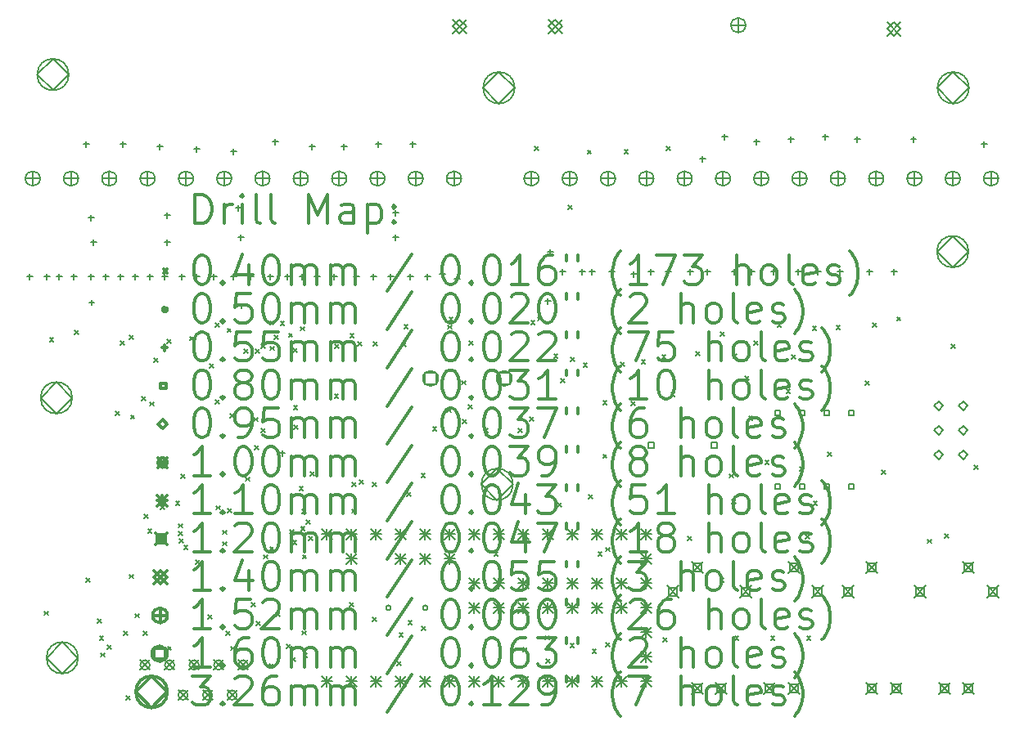
<source format=gbr>
%FSLAX45Y45*%
G04 Gerber Fmt 4.5, Leading zero omitted, Abs format (unit mm)*
G04 Created by KiCad (PCBNEW (5.0.2)-1) date 8/17/2020 10:54:43 AM*
%MOMM*%
%LPD*%
G01*
G04 APERTURE LIST*
%ADD10C,0.200000*%
%ADD11C,0.300000*%
G04 APERTURE END LIST*
D10*
X-1270000Y-4480000D02*
X-1230000Y-4520000D01*
X-1230000Y-4480000D02*
X-1270000Y-4520000D01*
X-1218880Y-1651320D02*
X-1178880Y-1691320D01*
X-1178880Y-1651320D02*
X-1218880Y-1691320D01*
X-959800Y-1575120D02*
X-919800Y-1615120D01*
X-919800Y-1575120D02*
X-959800Y-1615120D01*
X-842960Y-4135440D02*
X-802960Y-4175440D01*
X-802960Y-4135440D02*
X-842960Y-4175440D01*
X-721040Y-4562160D02*
X-681040Y-4602160D01*
X-681040Y-4562160D02*
X-721040Y-4602160D01*
X-700720Y-4739960D02*
X-660720Y-4779960D01*
X-660720Y-4739960D02*
X-700720Y-4779960D01*
X-690560Y-4912680D02*
X-650560Y-4952680D01*
X-650560Y-4912680D02*
X-690560Y-4952680D01*
X-623172Y-4829410D02*
X-583172Y-4869410D01*
X-583172Y-4829410D02*
X-623172Y-4869410D01*
X-538160Y-2413320D02*
X-498160Y-2453320D01*
X-498160Y-2413320D02*
X-538160Y-2453320D01*
X-487360Y-1681800D02*
X-447360Y-1721800D01*
X-447360Y-1681800D02*
X-487360Y-1721800D01*
X-452983Y-4685901D02*
X-412983Y-4725901D01*
X-412983Y-4685901D02*
X-452983Y-4725901D01*
X-425000Y-5360000D02*
X-385000Y-5400000D01*
X-385000Y-5360000D02*
X-425000Y-5400000D01*
X-390840Y-1624099D02*
X-350840Y-1664099D01*
X-350840Y-1624099D02*
X-390840Y-1664099D01*
X-390840Y-4099880D02*
X-350840Y-4139880D01*
X-350840Y-4099880D02*
X-390840Y-4139880D01*
X-380680Y-2448880D02*
X-340680Y-2488880D01*
X-340680Y-2448880D02*
X-380680Y-2488880D01*
X-334960Y-4506280D02*
X-294960Y-4546280D01*
X-294960Y-4506280D02*
X-334960Y-4546280D01*
X-263840Y-2255840D02*
X-223840Y-2295840D01*
X-223840Y-2255840D02*
X-263840Y-2295840D01*
X-247044Y-4685901D02*
X-207044Y-4725901D01*
X-207044Y-4685901D02*
X-247044Y-4725901D01*
X-238440Y-3475040D02*
X-198440Y-3515040D01*
X-198440Y-3475040D02*
X-238440Y-3515040D01*
X-202880Y-3632520D02*
X-162880Y-3672520D01*
X-162880Y-3632520D02*
X-202880Y-3672520D01*
X-182560Y-2313541D02*
X-142560Y-2353541D01*
X-142560Y-2313541D02*
X-182560Y-2353541D01*
X-135510Y-1858197D02*
X-95510Y-1898197D01*
X-95510Y-1858197D02*
X-135510Y-1898197D01*
X-96200Y-3297240D02*
X-56200Y-3337240D01*
X-56200Y-3297240D02*
X-96200Y-3337240D01*
X-70800Y-3383600D02*
X-30800Y-3423600D01*
X-30800Y-3383600D02*
X-70800Y-3423600D01*
X-3828Y-1664746D02*
X36172Y-1704746D01*
X36172Y-1664746D02*
X-3828Y-1704746D01*
X399Y-4845911D02*
X40399Y-4885911D01*
X40399Y-4845911D02*
X399Y-4885911D01*
X86680Y-3342960D02*
X126680Y-3382960D01*
X126680Y-3342960D02*
X86680Y-3382960D01*
X113369Y-3655669D02*
X153369Y-3695669D01*
X153369Y-3655669D02*
X113369Y-3695669D01*
X115500Y-3575696D02*
X155501Y-3615696D01*
X155501Y-3575696D02*
X115500Y-3615696D01*
X126362Y-3734608D02*
X166362Y-3774608D01*
X166362Y-3734608D02*
X126362Y-3774608D01*
X142560Y-3063560D02*
X182560Y-3103560D01*
X182560Y-3063560D02*
X142560Y-3103560D01*
X171657Y-3800551D02*
X211657Y-3840551D01*
X211657Y-3800551D02*
X171657Y-3840551D01*
X229550Y-1635548D02*
X269550Y-1675548D01*
X269550Y-1635548D02*
X229550Y-1675548D01*
X294960Y-3952560D02*
X334960Y-3992560D01*
X334960Y-3952560D02*
X294960Y-3992560D01*
X418701Y-4521520D02*
X458701Y-4561520D01*
X458701Y-4521520D02*
X418701Y-4561520D01*
X438310Y-1922381D02*
X478310Y-1962381D01*
X478310Y-1922381D02*
X438310Y-1962381D01*
X498160Y-1493840D02*
X538160Y-1533840D01*
X538160Y-1493840D02*
X498160Y-1533840D01*
X498160Y-2291400D02*
X538160Y-2331400D01*
X538160Y-2291400D02*
X498160Y-2331400D01*
X503240Y-3388680D02*
X543240Y-3428680D01*
X543240Y-3388680D02*
X503240Y-3428680D01*
X571251Y-3760853D02*
X611251Y-3800853D01*
X611251Y-3760853D02*
X571251Y-3800853D01*
X574360Y-3642680D02*
X614360Y-3682680D01*
X614360Y-3642680D02*
X574360Y-3682680D01*
X606969Y-4685901D02*
X646969Y-4725901D01*
X646969Y-4685901D02*
X606969Y-4725901D01*
X620080Y-1551541D02*
X660080Y-1591541D01*
X660080Y-1551541D02*
X620080Y-1591541D01*
X625160Y-3419160D02*
X665160Y-3459160D01*
X665160Y-3419160D02*
X625160Y-3459160D01*
X650080Y-2438720D02*
X690080Y-2478720D01*
X690080Y-2438720D02*
X650080Y-2478720D01*
X659055Y-4845911D02*
X699055Y-4885911D01*
X699055Y-4845911D02*
X659055Y-4885911D01*
X794392Y-1765893D02*
X834392Y-1805893D01*
X834392Y-1765893D02*
X794392Y-1805893D01*
X808040Y-3092219D02*
X848040Y-3132219D01*
X848040Y-3092219D02*
X808040Y-3132219D01*
X869000Y-4389440D02*
X909000Y-4429440D01*
X909000Y-4389440D02*
X869000Y-4429440D01*
X894400Y-2474280D02*
X934400Y-2514280D01*
X934400Y-2474280D02*
X894400Y-2514280D01*
X899863Y-2767852D02*
X939863Y-2807852D01*
X939863Y-2767852D02*
X899863Y-2807852D01*
X909793Y-1768579D02*
X949793Y-1808579D01*
X949793Y-1768579D02*
X909793Y-1808579D01*
X919800Y-4587560D02*
X959800Y-4627560D01*
X959800Y-4587560D02*
X919800Y-4627560D01*
X968695Y-1714442D02*
X1008695Y-1754442D01*
X1008695Y-1714442D02*
X968695Y-1754442D01*
X971236Y-2587702D02*
X1011236Y-2627702D01*
X1011236Y-2587702D02*
X971236Y-2627702D01*
X996000Y-3896680D02*
X1036000Y-3936680D01*
X1036000Y-3896680D02*
X996000Y-3936680D01*
X1056960Y-5029520D02*
X1096960Y-5069520D01*
X1096960Y-5029520D02*
X1056960Y-5069520D01*
X1060062Y-3811884D02*
X1100062Y-3851884D01*
X1100062Y-3811884D02*
X1060062Y-3851884D01*
X1060073Y-1475374D02*
X1100073Y-1515374D01*
X1100073Y-1475374D02*
X1060073Y-1515374D01*
X1061731Y-1737993D02*
X1101731Y-1777993D01*
X1101731Y-1737993D02*
X1061731Y-1777993D01*
X1108544Y-1625852D02*
X1148544Y-1665852D01*
X1148544Y-1625852D02*
X1108544Y-1665852D01*
X1123000Y-4491040D02*
X1163000Y-4531040D01*
X1163000Y-4491040D02*
X1123000Y-4531040D01*
X1168806Y-1477897D02*
X1208806Y-1517897D01*
X1208806Y-1477897D02*
X1168806Y-1517897D01*
X1234760Y-4821240D02*
X1274760Y-4861240D01*
X1274760Y-4821240D02*
X1234760Y-4861240D01*
X1255080Y-1602341D02*
X1295080Y-1642341D01*
X1295080Y-1602341D02*
X1255080Y-1642341D01*
X1264957Y-3634732D02*
X1304957Y-3674732D01*
X1304957Y-3634732D02*
X1264957Y-3674732D01*
X1285560Y-4958400D02*
X1325560Y-4998400D01*
X1325560Y-4958400D02*
X1285560Y-4998400D01*
X1295939Y-3750040D02*
X1335939Y-3790040D01*
X1335939Y-3750040D02*
X1295939Y-3790040D01*
X1300800Y-1758000D02*
X1340800Y-1798000D01*
X1340800Y-1758000D02*
X1300800Y-1798000D01*
X1305880Y-2349101D02*
X1345880Y-2389101D01*
X1345880Y-2349101D02*
X1305880Y-2389101D01*
X1307701Y-2552301D02*
X1347701Y-2592301D01*
X1347701Y-2552301D02*
X1307701Y-2592301D01*
X1365019Y-3188155D02*
X1405019Y-3228155D01*
X1405019Y-3188155D02*
X1365019Y-3228155D01*
X1377000Y-1534480D02*
X1417000Y-1574480D01*
X1417000Y-1534480D02*
X1377000Y-1574480D01*
X1380358Y-3607247D02*
X1420358Y-3647247D01*
X1420358Y-3607247D02*
X1380358Y-3647247D01*
X1380358Y-3609394D02*
X1420358Y-3649394D01*
X1420358Y-3609394D02*
X1380358Y-3649394D01*
X1392240Y-3424240D02*
X1432240Y-3464240D01*
X1432240Y-3424240D02*
X1392240Y-3464240D01*
X1392240Y-4684080D02*
X1432240Y-4724080D01*
X1432240Y-4684080D02*
X1392240Y-4724080D01*
X1397320Y-3896680D02*
X1437320Y-3936680D01*
X1437320Y-3896680D02*
X1397320Y-3936680D01*
X1407480Y-4917760D02*
X1447480Y-4957760D01*
X1447480Y-4917760D02*
X1407480Y-4957760D01*
X1433320Y-3538067D02*
X1473320Y-3578067D01*
X1473320Y-3538067D02*
X1433320Y-3578067D01*
X1463360Y-3708720D02*
X1503360Y-3748720D01*
X1503360Y-3708720D02*
X1463360Y-3748720D01*
X1480421Y-3037474D02*
X1520421Y-3077474D01*
X1520421Y-3037474D02*
X1480421Y-3077474D01*
X1727520Y-2233699D02*
X1767520Y-2273699D01*
X1767520Y-2233699D02*
X1727520Y-2273699D01*
X1732600Y-1717360D02*
X1772600Y-1757360D01*
X1772600Y-1717360D02*
X1732600Y-1757360D01*
X1885000Y-4389440D02*
X1925000Y-4429440D01*
X1925000Y-4389440D02*
X1885000Y-4429440D01*
X1890080Y-1605600D02*
X1930080Y-1645600D01*
X1930080Y-1605600D02*
X1890080Y-1645600D01*
X1910400Y-3149920D02*
X1950400Y-3189920D01*
X1950400Y-3149920D02*
X1910400Y-3189920D01*
X1912154Y-3422323D02*
X1952154Y-3462323D01*
X1952154Y-3422323D02*
X1912154Y-3462323D01*
X1968101Y-1693781D02*
X2008101Y-1733781D01*
X2008101Y-1693781D02*
X1968101Y-1733781D01*
X1986600Y-3119440D02*
X2026600Y-3159440D01*
X2026600Y-3119440D02*
X1986600Y-3159440D01*
X2123760Y-3149920D02*
X2163760Y-3189920D01*
X2163760Y-3149920D02*
X2123760Y-3189920D01*
X2123760Y-4545258D02*
X2163760Y-4585258D01*
X2163760Y-4545258D02*
X2123760Y-4585258D01*
X2129449Y-1693781D02*
X2169449Y-1733781D01*
X2169449Y-1693781D02*
X2129449Y-1733781D01*
X2377760Y-4999040D02*
X2417760Y-5039040D01*
X2417760Y-4999040D02*
X2377760Y-5039040D01*
X2398080Y-4706221D02*
X2438080Y-4746221D01*
X2438080Y-4706221D02*
X2398080Y-4746221D01*
X2428560Y-1702120D02*
X2468560Y-1742120D01*
X2468560Y-1702120D02*
X2428560Y-1742120D01*
X2447133Y-1510519D02*
X2487133Y-1550519D01*
X2487133Y-1510519D02*
X2447133Y-1550519D01*
X2479360Y-3251520D02*
X2519360Y-3291520D01*
X2519360Y-3251520D02*
X2479360Y-3291520D01*
X2489520Y-4580659D02*
X2529520Y-4620659D01*
X2529520Y-4580659D02*
X2489520Y-4620659D01*
X2626680Y-3053400D02*
X2666680Y-3093400D01*
X2666680Y-3053400D02*
X2626680Y-3093400D01*
X2631760Y-4638360D02*
X2671760Y-4678360D01*
X2671760Y-4638360D02*
X2631760Y-4678360D01*
X2743520Y-2570800D02*
X2783520Y-2610800D01*
X2783520Y-2570800D02*
X2743520Y-2610800D01*
X2890840Y-2381019D02*
X2930840Y-2421019D01*
X2930840Y-2381019D02*
X2890840Y-2421019D01*
X2904063Y-1517896D02*
X2944063Y-1557896D01*
X2944063Y-1517896D02*
X2904063Y-1557896D01*
X2914696Y-1438604D02*
X2954696Y-1478604D01*
X2954696Y-1438604D02*
X2914696Y-1478604D01*
X3043240Y-2093280D02*
X3083240Y-2133280D01*
X3083240Y-2093280D02*
X3043240Y-2133280D01*
X3053400Y-2494600D02*
X3093400Y-2534600D01*
X3093400Y-2494600D02*
X3053400Y-2534600D01*
X3112010Y-2345211D02*
X3152010Y-2385211D01*
X3152010Y-2345211D02*
X3112010Y-2385211D01*
X3119440Y-1681800D02*
X3159440Y-1721800D01*
X3159440Y-1681800D02*
X3119440Y-1721800D01*
X3276920Y-2591120D02*
X3316920Y-2631120D01*
X3316920Y-2591120D02*
X3276920Y-2631120D01*
X3378520Y-3867001D02*
X3418520Y-3907001D01*
X3418520Y-3867001D02*
X3378520Y-3907001D01*
X3627440Y-2586040D02*
X3667440Y-2626040D01*
X3667440Y-2586040D02*
X3627440Y-2626040D01*
X3678240Y-4860059D02*
X3718240Y-4900059D01*
X3718240Y-4860059D02*
X3678240Y-4900059D01*
X3749360Y-2469200D02*
X3789360Y-2509200D01*
X3789360Y-2469200D02*
X3749360Y-2509200D01*
X3759400Y-1470038D02*
X3799400Y-1510038D01*
X3799400Y-1470038D02*
X3759400Y-1510038D01*
X3800160Y334960D02*
X3840160Y294960D01*
X3840160Y334960D02*
X3800160Y294960D01*
X3830510Y-1433383D02*
X3870510Y-1473383D01*
X3870510Y-1433383D02*
X3830510Y-1473383D01*
X3906840Y-4734880D02*
X3946840Y-4774880D01*
X3946840Y-4734880D02*
X3906840Y-4774880D01*
X3917000Y-4975461D02*
X3957000Y-5015461D01*
X3957000Y-4975461D02*
X3917000Y-5015461D01*
X3998280Y-1815223D02*
X4038280Y-1855223D01*
X4038280Y-1815223D02*
X3998280Y-1855223D01*
X4033299Y-3359547D02*
X4073299Y-3399547D01*
X4073299Y-3359547D02*
X4033299Y-3399547D01*
X4069400Y-2072960D02*
X4109400Y-2112960D01*
X4109400Y-2072960D02*
X4069400Y-2112960D01*
X4145600Y-279720D02*
X4185600Y-319720D01*
X4185600Y-279720D02*
X4145600Y-319720D01*
X4165920Y-4816160D02*
X4205920Y-4856160D01*
X4205920Y-4816160D02*
X4165920Y-4856160D01*
X4171000Y-1850625D02*
X4211000Y-1890625D01*
X4211000Y-1850625D02*
X4171000Y-1890625D01*
X4301185Y-1908326D02*
X4341185Y-1948326D01*
X4341185Y-1908326D02*
X4301185Y-1948326D01*
X4343720Y294320D02*
X4383720Y254320D01*
X4383720Y294320D02*
X4343720Y254320D01*
X4358960Y-3276920D02*
X4398960Y-3316920D01*
X4398960Y-3276920D02*
X4358960Y-3316920D01*
X4394520Y-4872040D02*
X4434520Y-4912040D01*
X4434520Y-4872040D02*
X4394520Y-4912040D01*
X4455480Y-3867001D02*
X4495480Y-3907001D01*
X4495480Y-3867001D02*
X4455480Y-3907001D01*
X4505000Y-2855280D02*
X4545000Y-2895280D01*
X4545000Y-2855280D02*
X4505000Y-2895280D01*
X4506280Y-2301560D02*
X4546280Y-2341560D01*
X4546280Y-2301560D02*
X4506280Y-2341560D01*
X4536760Y-3820480D02*
X4576760Y-3860480D01*
X4576760Y-3820480D02*
X4536760Y-3860480D01*
X4536760Y-4806000D02*
X4576760Y-4846000D01*
X4576760Y-4806000D02*
X4536760Y-4846000D01*
X4689160Y-1905320D02*
X4729160Y-1945320D01*
X4729160Y-1905320D02*
X4689160Y-1945320D01*
X4724720Y299400D02*
X4764720Y259400D01*
X4764720Y299400D02*
X4724720Y259400D01*
X4795840Y-2306640D02*
X4835840Y-2346640D01*
X4835840Y-2306640D02*
X4795840Y-2346640D01*
X4904449Y-1878004D02*
X4944449Y-1918004D01*
X4944449Y-1878004D02*
X4904449Y-1918004D01*
X5114286Y-1825543D02*
X5154286Y-1865543D01*
X5154286Y-1825543D02*
X5114286Y-1865543D01*
X5128412Y-4758579D02*
X5168412Y-4798579D01*
X5168412Y-4758579D02*
X5128412Y-4798579D01*
X5161600Y334960D02*
X5201600Y294960D01*
X5201600Y334960D02*
X5161600Y294960D01*
X5207320Y-2215200D02*
X5247320Y-2255200D01*
X5247320Y-2215200D02*
X5207320Y-2255200D01*
X5380040Y-3703640D02*
X5420040Y-3743640D01*
X5420040Y-3703640D02*
X5380040Y-3743640D01*
X5466400Y-1790142D02*
X5506400Y-1830142D01*
X5506400Y-1790142D02*
X5466400Y-1830142D01*
X5715320Y-4135440D02*
X5755320Y-4175440D01*
X5755320Y-4135440D02*
X5715320Y-4175440D01*
X5720400Y-1588698D02*
X5760400Y-1628698D01*
X5760400Y-1588698D02*
X5720400Y-1628698D01*
X5811680Y-3059080D02*
X5851680Y-3099080D01*
X5851680Y-3059080D02*
X5811680Y-3099080D01*
X5837240Y-3325899D02*
X5877240Y-3365899D01*
X5877240Y-3325899D02*
X5837240Y-3365899D01*
X5851680Y-1819080D02*
X5891680Y-1859080D01*
X5891680Y-1819080D02*
X5851680Y-1859080D01*
X5868000Y-4738001D02*
X5908000Y-4778001D01*
X5908000Y-4738001D02*
X5868000Y-4778001D01*
X5971680Y-2049080D02*
X6011680Y-2089080D01*
X6011680Y-2049080D02*
X5971680Y-2089080D01*
X6011680Y-2459080D02*
X6051680Y-2499080D01*
X6051680Y-2459080D02*
X6011680Y-2499080D01*
X6065840Y-1681800D02*
X6105840Y-1721800D01*
X6105840Y-1681800D02*
X6065840Y-1721800D01*
X6181680Y-2919080D02*
X6221680Y-2959080D01*
X6221680Y-2919080D02*
X6181680Y-2959080D01*
X6240656Y-4738001D02*
X6280656Y-4778001D01*
X6280656Y-4738001D02*
X6240656Y-4778001D01*
X6309680Y-1498920D02*
X6349680Y-1538920D01*
X6349680Y-1498920D02*
X6309680Y-1538920D01*
X6401120Y-2184080D02*
X6441120Y-2224080D01*
X6441120Y-2184080D02*
X6401120Y-2224080D01*
X6457000Y-1829120D02*
X6497000Y-1869120D01*
X6497000Y-1829120D02*
X6457000Y-1869120D01*
X6538280Y-2987360D02*
X6578280Y-3027360D01*
X6578280Y-2987360D02*
X6538280Y-3027360D01*
X6599240Y-3688400D02*
X6639240Y-3728400D01*
X6639240Y-3688400D02*
X6599240Y-3728400D01*
X6613284Y-4738001D02*
X6653284Y-4778001D01*
X6653284Y-4738001D02*
X6613284Y-4778001D01*
X6672762Y-1532659D02*
X6712762Y-1572659D01*
X6712762Y-1532659D02*
X6672762Y-1572659D01*
X6680520Y-3342960D02*
X6720520Y-3382960D01*
X6720520Y-3342960D02*
X6680520Y-3382960D01*
X6830912Y-2833521D02*
X6870912Y-2873521D01*
X6870912Y-2833521D02*
X6830912Y-2873521D01*
X6919280Y-1524320D02*
X6959280Y-1564320D01*
X6959280Y-1524320D02*
X6919280Y-1564320D01*
X7221680Y-2099080D02*
X7261680Y-2139080D01*
X7261680Y-2099080D02*
X7221680Y-2139080D01*
X7295200Y-1498920D02*
X7335200Y-1538920D01*
X7335200Y-1498920D02*
X7295200Y-1538920D01*
X7386640Y-3022920D02*
X7426640Y-3062920D01*
X7426640Y-3022920D02*
X7386640Y-3062920D01*
X7544120Y-1432880D02*
X7584120Y-1472880D01*
X7584120Y-1432880D02*
X7544120Y-1472880D01*
X7861511Y-3735941D02*
X7901511Y-3775941D01*
X7901511Y-3735941D02*
X7861511Y-3775941D01*
X8041960Y-3678240D02*
X8081960Y-3718240D01*
X8081960Y-3678240D02*
X8041960Y-3718240D01*
X8108000Y-1717360D02*
X8148000Y-1757360D01*
X8148000Y-1717360D02*
X8108000Y-1757360D01*
X8346760Y-2967040D02*
X8386760Y-3007040D01*
X8386760Y-2967040D02*
X8346760Y-3007040D01*
X2311000Y-4445000D02*
G75*
G03X2311000Y-4445000I-25000J0D01*
G01*
X2692000Y-4445000D02*
G75*
G03X2692000Y-4445000I-25000J0D01*
G01*
X-1422400Y-988500D02*
X-1422400Y-1043500D01*
X-1449900Y-1016000D02*
X-1394900Y-1016000D01*
X-1244600Y-988500D02*
X-1244600Y-1043500D01*
X-1272100Y-1016000D02*
X-1217100Y-1016000D01*
X-1117600Y-988500D02*
X-1117600Y-1043500D01*
X-1145100Y-1016000D02*
X-1090100Y-1016000D01*
X-965200Y-988500D02*
X-965200Y-1043500D01*
X-992700Y-1016000D02*
X-937700Y-1016000D01*
X-838200Y383100D02*
X-838200Y328100D01*
X-865700Y355600D02*
X-810700Y355600D01*
X-787400Y-378900D02*
X-787400Y-433900D01*
X-814900Y-406400D02*
X-759900Y-406400D01*
X-787400Y-988500D02*
X-787400Y-1043500D01*
X-814900Y-1016000D02*
X-759900Y-1016000D01*
X-782320Y-1257740D02*
X-782320Y-1312740D01*
X-809820Y-1285240D02*
X-754820Y-1285240D01*
X-762000Y-632900D02*
X-762000Y-687900D01*
X-789500Y-660400D02*
X-734500Y-660400D01*
X-635000Y-988500D02*
X-635000Y-1043500D01*
X-662500Y-1016000D02*
X-607500Y-1016000D01*
X-482600Y-988500D02*
X-482600Y-1043500D01*
X-510100Y-1016000D02*
X-455100Y-1016000D01*
X-457200Y383100D02*
X-457200Y328100D01*
X-484700Y355600D02*
X-429700Y355600D01*
X-330200Y-988500D02*
X-330200Y-1043500D01*
X-357700Y-1016000D02*
X-302700Y-1016000D01*
X-177800Y-988500D02*
X-177800Y-1043500D01*
X-205300Y-1016000D02*
X-150300Y-1016000D01*
X-76200Y357700D02*
X-76200Y302700D01*
X-103700Y330200D02*
X-48700Y330200D01*
X-25400Y-988500D02*
X-25400Y-1043500D01*
X-52900Y-1016000D02*
X2100Y-1016000D01*
X0Y-353500D02*
X0Y-408500D01*
X-27500Y-381000D02*
X27500Y-381000D01*
X0Y-632900D02*
X0Y-687900D01*
X-27500Y-660400D02*
X27500Y-660400D01*
X152400Y-988500D02*
X152400Y-1043500D01*
X124900Y-1016000D02*
X179900Y-1016000D01*
X304800Y332300D02*
X304800Y277300D01*
X277300Y304800D02*
X332300Y304800D01*
X304800Y-988500D02*
X304800Y-1043500D01*
X277300Y-1016000D02*
X332300Y-1016000D01*
X482600Y-988500D02*
X482600Y-1043500D01*
X455100Y-1016000D02*
X510100Y-1016000D01*
X685800Y306900D02*
X685800Y251900D01*
X658300Y279400D02*
X713300Y279400D01*
X685800Y-988500D02*
X685800Y-1043500D01*
X658300Y-1016000D02*
X713300Y-1016000D01*
X736600Y-277300D02*
X736600Y-332300D01*
X709100Y-304800D02*
X764100Y-304800D01*
X762000Y-582100D02*
X762000Y-637100D01*
X734500Y-609600D02*
X789500Y-609600D01*
X767080Y-1288220D02*
X767080Y-1343220D01*
X739580Y-1315720D02*
X794580Y-1315720D01*
X863600Y-988500D02*
X863600Y-1043500D01*
X836100Y-1016000D02*
X891100Y-1016000D01*
X1066800Y-988500D02*
X1066800Y-1043500D01*
X1039300Y-1016000D02*
X1094300Y-1016000D01*
X1117600Y408500D02*
X1117600Y353500D01*
X1090100Y381000D02*
X1145100Y381000D01*
X1188720Y-2817300D02*
X1188720Y-2872300D01*
X1161220Y-2844800D02*
X1216220Y-2844800D01*
X1244600Y-988500D02*
X1244600Y-1043500D01*
X1217100Y-1016000D02*
X1272100Y-1016000D01*
X1397000Y-988500D02*
X1397000Y-1043500D01*
X1369500Y-1016000D02*
X1424500Y-1016000D01*
X1498600Y357700D02*
X1498600Y302700D01*
X1471100Y330200D02*
X1526100Y330200D01*
X1549400Y-988500D02*
X1549400Y-1043500D01*
X1521900Y-1016000D02*
X1576900Y-1016000D01*
X1727200Y-988500D02*
X1727200Y-1043500D01*
X1699700Y-1016000D02*
X1754700Y-1016000D01*
X1828800Y357700D02*
X1828800Y302700D01*
X1801300Y330200D02*
X1856300Y330200D01*
X1955800Y-988500D02*
X1955800Y-1043500D01*
X1928300Y-1016000D02*
X1983300Y-1016000D01*
X2133600Y-988500D02*
X2133600Y-1043500D01*
X2106100Y-1016000D02*
X2161100Y-1016000D01*
X2184400Y383100D02*
X2184400Y328100D01*
X2156900Y355600D02*
X2211900Y355600D01*
X2311400Y-988500D02*
X2311400Y-1043500D01*
X2283900Y-1016000D02*
X2338900Y-1016000D01*
X2362200Y-328100D02*
X2362200Y-383100D01*
X2334700Y-355600D02*
X2389700Y-355600D01*
X2362200Y-582100D02*
X2362200Y-637100D01*
X2334700Y-609600D02*
X2389700Y-609600D01*
X2514600Y-988500D02*
X2514600Y-1043500D01*
X2487100Y-1016000D02*
X2542100Y-1016000D01*
X2540000Y383100D02*
X2540000Y328100D01*
X2512500Y355600D02*
X2567500Y355600D01*
X2692400Y-988500D02*
X2692400Y-1043500D01*
X2664900Y-1016000D02*
X2719900Y-1016000D01*
X2844800Y-963100D02*
X2844800Y-1018100D01*
X2817300Y-990600D02*
X2872300Y-990600D01*
X2997200Y-1013900D02*
X2997200Y-1068900D01*
X2969700Y-1041400D02*
X3024700Y-1041400D01*
X3937000Y-1242500D02*
X3937000Y-1297500D01*
X3909500Y-1270000D02*
X3964500Y-1270000D01*
X3962400Y-734500D02*
X3962400Y-789500D01*
X3934900Y-762000D02*
X3989900Y-762000D01*
X4089400Y-937700D02*
X4089400Y-992700D01*
X4061900Y-965200D02*
X4116900Y-965200D01*
X4292600Y-937700D02*
X4292600Y-992700D01*
X4265100Y-965200D02*
X4320100Y-965200D01*
X4394200Y-937700D02*
X4394200Y-992700D01*
X4366700Y-965200D02*
X4421700Y-965200D01*
X4597400Y-937700D02*
X4597400Y-992700D01*
X4569900Y-965200D02*
X4624900Y-965200D01*
X4826000Y-963100D02*
X4826000Y-1018100D01*
X4798500Y-990600D02*
X4853500Y-990600D01*
X5003800Y-937700D02*
X5003800Y-992700D01*
X4976300Y-965200D02*
X5031300Y-965200D01*
X5181600Y-937700D02*
X5181600Y-992700D01*
X5154100Y-965200D02*
X5209100Y-965200D01*
X5410200Y-937700D02*
X5410200Y-992700D01*
X5382700Y-965200D02*
X5437700Y-965200D01*
X5537200Y230700D02*
X5537200Y175700D01*
X5509700Y203200D02*
X5564700Y203200D01*
X5588000Y-937700D02*
X5588000Y-992700D01*
X5560500Y-965200D02*
X5615500Y-965200D01*
X5765800Y459300D02*
X5765800Y404300D01*
X5738300Y431800D02*
X5793300Y431800D01*
X5867400Y-937700D02*
X5867400Y-992700D01*
X5839900Y-965200D02*
X5894900Y-965200D01*
X6045200Y-937700D02*
X6045200Y-992700D01*
X6017700Y-965200D02*
X6072700Y-965200D01*
X6096000Y408500D02*
X6096000Y353500D01*
X6068500Y381000D02*
X6123500Y381000D01*
X6273800Y-937700D02*
X6273800Y-992700D01*
X6246300Y-965200D02*
X6301300Y-965200D01*
X6451600Y433900D02*
X6451600Y378900D01*
X6424100Y406400D02*
X6479100Y406400D01*
X6527800Y-937700D02*
X6527800Y-992700D01*
X6500300Y-965200D02*
X6555300Y-965200D01*
X6731000Y-937700D02*
X6731000Y-992700D01*
X6703500Y-965200D02*
X6758500Y-965200D01*
X6807200Y459300D02*
X6807200Y404300D01*
X6779700Y431800D02*
X6834700Y431800D01*
X6959600Y-937700D02*
X6959600Y-992700D01*
X6932100Y-965200D02*
X6987100Y-965200D01*
X7137400Y433900D02*
X7137400Y378900D01*
X7109900Y406400D02*
X7164900Y406400D01*
X7264400Y-937700D02*
X7264400Y-992700D01*
X7236900Y-965200D02*
X7291900Y-965200D01*
X7518400Y-937700D02*
X7518400Y-992700D01*
X7490900Y-965200D02*
X7545900Y-965200D01*
X7717120Y433900D02*
X7717120Y378900D01*
X7689620Y406400D02*
X7744620Y406400D01*
X8449639Y383100D02*
X8449639Y328100D01*
X8422139Y355600D02*
X8477139Y355600D01*
X5032085Y-2791805D02*
X5032085Y-2735236D01*
X4975516Y-2735236D01*
X4975516Y-2791805D01*
X5032085Y-2791805D01*
X5682324Y-2791805D02*
X5682324Y-2735236D01*
X5625755Y-2735236D01*
X5625755Y-2791805D01*
X5682324Y-2791805D01*
X6339964Y-2455365D02*
X6339964Y-2398796D01*
X6283395Y-2398796D01*
X6283395Y-2455365D01*
X6339964Y-2455365D01*
X6339964Y-3217364D02*
X6339964Y-3160795D01*
X6283395Y-3160795D01*
X6283395Y-3217364D01*
X6339964Y-3217364D01*
X6593964Y-2455365D02*
X6593964Y-2398796D01*
X6537395Y-2398796D01*
X6537395Y-2455365D01*
X6593964Y-2455365D01*
X6593964Y-3217364D02*
X6593964Y-3160795D01*
X6537395Y-3160795D01*
X6537395Y-3217364D01*
X6593964Y-3217364D01*
X6847964Y-2455365D02*
X6847964Y-2398796D01*
X6791395Y-2398796D01*
X6791395Y-2455365D01*
X6847964Y-2455365D01*
X6847964Y-3217364D02*
X6847964Y-3160795D01*
X6791395Y-3160795D01*
X6791395Y-3217364D01*
X6847964Y-3217364D01*
X7101964Y-2455365D02*
X7101964Y-2398796D01*
X7045395Y-2398796D01*
X7045395Y-2455365D01*
X7101964Y-2455365D01*
X7101964Y-3217364D02*
X7101964Y-3160795D01*
X7045395Y-3160795D01*
X7045395Y-3217364D01*
X7101964Y-3217364D01*
X7977680Y-2400460D02*
X8025180Y-2352960D01*
X7977680Y-2305460D01*
X7930180Y-2352960D01*
X7977680Y-2400460D01*
X7977680Y-2654460D02*
X8025180Y-2606960D01*
X7977680Y-2559460D01*
X7930180Y-2606960D01*
X7977680Y-2654460D01*
X7977680Y-2908460D02*
X8025180Y-2860960D01*
X7977680Y-2813460D01*
X7930180Y-2860960D01*
X7977680Y-2908460D01*
X8231680Y-2400460D02*
X8279180Y-2352960D01*
X8231680Y-2305460D01*
X8184180Y-2352960D01*
X8231680Y-2400460D01*
X8231680Y-2654460D02*
X8279180Y-2606960D01*
X8231680Y-2559460D01*
X8184180Y-2606960D01*
X8231680Y-2654460D01*
X8231680Y-2908460D02*
X8279180Y-2860960D01*
X8231680Y-2813460D01*
X8184180Y-2860960D01*
X8231680Y-2908460D01*
X112560Y-5299240D02*
X212560Y-5399240D01*
X212560Y-5299240D02*
X112560Y-5399240D01*
X212560Y-5349240D02*
G75*
G03X212560Y-5349240I-50000J0D01*
G01*
X366560Y-5299240D02*
X466560Y-5399240D01*
X466560Y-5299240D02*
X366560Y-5399240D01*
X466560Y-5349240D02*
G75*
G03X466560Y-5349240I-50000J0D01*
G01*
X620560Y-5299240D02*
X720560Y-5399240D01*
X720560Y-5299240D02*
X620560Y-5399240D01*
X720560Y-5349240D02*
G75*
G03X720560Y-5349240I-50000J0D01*
G01*
X-281648Y-4986312D02*
X-181648Y-5086312D01*
X-181648Y-4986312D02*
X-281648Y-5086312D01*
X-181648Y-5036312D02*
G75*
G03X-181648Y-5036312I-50000J0D01*
G01*
X-27648Y-4986312D02*
X72352Y-5086312D01*
X72352Y-4986312D02*
X-27648Y-5086312D01*
X72352Y-5036312D02*
G75*
G03X72352Y-5036312I-50000J0D01*
G01*
X226352Y-4986312D02*
X326352Y-5086312D01*
X326352Y-4986312D02*
X226352Y-5086312D01*
X326352Y-5036312D02*
G75*
G03X326352Y-5036312I-50000J0D01*
G01*
X480352Y-4986312D02*
X580352Y-5086312D01*
X580352Y-4986312D02*
X480352Y-5086312D01*
X580352Y-5036312D02*
G75*
G03X580352Y-5036312I-50000J0D01*
G01*
X734352Y-4986312D02*
X834352Y-5086312D01*
X834352Y-4986312D02*
X734352Y-5086312D01*
X834352Y-5036312D02*
G75*
G03X834352Y-5036312I-50000J0D01*
G01*
X1596000Y-3628000D02*
X1706000Y-3738000D01*
X1706000Y-3628000D02*
X1596000Y-3738000D01*
X1651000Y-3628000D02*
X1651000Y-3738000D01*
X1596000Y-3683000D02*
X1706000Y-3683000D01*
X1596000Y-5152000D02*
X1706000Y-5262000D01*
X1706000Y-5152000D02*
X1596000Y-5262000D01*
X1651000Y-5152000D02*
X1651000Y-5262000D01*
X1596000Y-5207000D02*
X1706000Y-5207000D01*
X1850000Y-3628000D02*
X1960000Y-3738000D01*
X1960000Y-3628000D02*
X1850000Y-3738000D01*
X1905000Y-3628000D02*
X1905000Y-3738000D01*
X1850000Y-3683000D02*
X1960000Y-3683000D01*
X1850000Y-3882000D02*
X1960000Y-3992000D01*
X1960000Y-3882000D02*
X1850000Y-3992000D01*
X1905000Y-3882000D02*
X1905000Y-3992000D01*
X1850000Y-3937000D02*
X1960000Y-3937000D01*
X1850000Y-5152000D02*
X1960000Y-5262000D01*
X1960000Y-5152000D02*
X1850000Y-5262000D01*
X1905000Y-5152000D02*
X1905000Y-5262000D01*
X1850000Y-5207000D02*
X1960000Y-5207000D01*
X2104000Y-3628000D02*
X2214000Y-3738000D01*
X2214000Y-3628000D02*
X2104000Y-3738000D01*
X2159000Y-3628000D02*
X2159000Y-3738000D01*
X2104000Y-3683000D02*
X2214000Y-3683000D01*
X2104000Y-5152000D02*
X2214000Y-5262000D01*
X2214000Y-5152000D02*
X2104000Y-5262000D01*
X2159000Y-5152000D02*
X2159000Y-5262000D01*
X2104000Y-5207000D02*
X2214000Y-5207000D01*
X2358000Y-3628000D02*
X2468000Y-3738000D01*
X2468000Y-3628000D02*
X2358000Y-3738000D01*
X2413000Y-3628000D02*
X2413000Y-3738000D01*
X2358000Y-3683000D02*
X2468000Y-3683000D01*
X2358000Y-3882000D02*
X2468000Y-3992000D01*
X2468000Y-3882000D02*
X2358000Y-3992000D01*
X2413000Y-3882000D02*
X2413000Y-3992000D01*
X2358000Y-3937000D02*
X2468000Y-3937000D01*
X2358000Y-5152000D02*
X2468000Y-5262000D01*
X2468000Y-5152000D02*
X2358000Y-5262000D01*
X2413000Y-5152000D02*
X2413000Y-5262000D01*
X2358000Y-5207000D02*
X2468000Y-5207000D01*
X2612000Y-3628000D02*
X2722000Y-3738000D01*
X2722000Y-3628000D02*
X2612000Y-3738000D01*
X2667000Y-3628000D02*
X2667000Y-3738000D01*
X2612000Y-3683000D02*
X2722000Y-3683000D01*
X2612000Y-3882000D02*
X2722000Y-3992000D01*
X2722000Y-3882000D02*
X2612000Y-3992000D01*
X2667000Y-3882000D02*
X2667000Y-3992000D01*
X2612000Y-3937000D02*
X2722000Y-3937000D01*
X2612000Y-5152000D02*
X2722000Y-5262000D01*
X2722000Y-5152000D02*
X2612000Y-5262000D01*
X2667000Y-5152000D02*
X2667000Y-5262000D01*
X2612000Y-5207000D02*
X2722000Y-5207000D01*
X2866000Y-3628000D02*
X2976000Y-3738000D01*
X2976000Y-3628000D02*
X2866000Y-3738000D01*
X2921000Y-3628000D02*
X2921000Y-3738000D01*
X2866000Y-3683000D02*
X2976000Y-3683000D01*
X2866000Y-3882000D02*
X2976000Y-3992000D01*
X2976000Y-3882000D02*
X2866000Y-3992000D01*
X2921000Y-3882000D02*
X2921000Y-3992000D01*
X2866000Y-3937000D02*
X2976000Y-3937000D01*
X2866000Y-5152000D02*
X2976000Y-5262000D01*
X2976000Y-5152000D02*
X2866000Y-5262000D01*
X2921000Y-5152000D02*
X2921000Y-5262000D01*
X2866000Y-5207000D02*
X2976000Y-5207000D01*
X3120000Y-3628000D02*
X3230000Y-3738000D01*
X3230000Y-3628000D02*
X3120000Y-3738000D01*
X3175000Y-3628000D02*
X3175000Y-3738000D01*
X3120000Y-3683000D02*
X3230000Y-3683000D01*
X3120000Y-4136000D02*
X3230000Y-4246000D01*
X3230000Y-4136000D02*
X3120000Y-4246000D01*
X3175000Y-4136000D02*
X3175000Y-4246000D01*
X3120000Y-4191000D02*
X3230000Y-4191000D01*
X3120000Y-4390000D02*
X3230000Y-4500000D01*
X3230000Y-4390000D02*
X3120000Y-4500000D01*
X3175000Y-4390000D02*
X3175000Y-4500000D01*
X3120000Y-4445000D02*
X3230000Y-4445000D01*
X3120000Y-5152000D02*
X3230000Y-5262000D01*
X3230000Y-5152000D02*
X3120000Y-5262000D01*
X3175000Y-5152000D02*
X3175000Y-5262000D01*
X3120000Y-5207000D02*
X3230000Y-5207000D01*
X3374000Y-3628000D02*
X3484000Y-3738000D01*
X3484000Y-3628000D02*
X3374000Y-3738000D01*
X3429000Y-3628000D02*
X3429000Y-3738000D01*
X3374000Y-3683000D02*
X3484000Y-3683000D01*
X3374000Y-4136000D02*
X3484000Y-4246000D01*
X3484000Y-4136000D02*
X3374000Y-4246000D01*
X3429000Y-4136000D02*
X3429000Y-4246000D01*
X3374000Y-4191000D02*
X3484000Y-4191000D01*
X3374000Y-4390000D02*
X3484000Y-4500000D01*
X3484000Y-4390000D02*
X3374000Y-4500000D01*
X3429000Y-4390000D02*
X3429000Y-4500000D01*
X3374000Y-4445000D02*
X3484000Y-4445000D01*
X3374000Y-5152000D02*
X3484000Y-5262000D01*
X3484000Y-5152000D02*
X3374000Y-5262000D01*
X3429000Y-5152000D02*
X3429000Y-5262000D01*
X3374000Y-5207000D02*
X3484000Y-5207000D01*
X3628000Y-3628000D02*
X3738000Y-3738000D01*
X3738000Y-3628000D02*
X3628000Y-3738000D01*
X3683000Y-3628000D02*
X3683000Y-3738000D01*
X3628000Y-3683000D02*
X3738000Y-3683000D01*
X3628000Y-4136000D02*
X3738000Y-4246000D01*
X3738000Y-4136000D02*
X3628000Y-4246000D01*
X3683000Y-4136000D02*
X3683000Y-4246000D01*
X3628000Y-4191000D02*
X3738000Y-4191000D01*
X3628000Y-4390000D02*
X3738000Y-4500000D01*
X3738000Y-4390000D02*
X3628000Y-4500000D01*
X3683000Y-4390000D02*
X3683000Y-4500000D01*
X3628000Y-4445000D02*
X3738000Y-4445000D01*
X3628000Y-5152000D02*
X3738000Y-5262000D01*
X3738000Y-5152000D02*
X3628000Y-5262000D01*
X3683000Y-5152000D02*
X3683000Y-5262000D01*
X3628000Y-5207000D02*
X3738000Y-5207000D01*
X3882000Y-3628000D02*
X3992000Y-3738000D01*
X3992000Y-3628000D02*
X3882000Y-3738000D01*
X3937000Y-3628000D02*
X3937000Y-3738000D01*
X3882000Y-3683000D02*
X3992000Y-3683000D01*
X3882000Y-4136000D02*
X3992000Y-4246000D01*
X3992000Y-4136000D02*
X3882000Y-4246000D01*
X3937000Y-4136000D02*
X3937000Y-4246000D01*
X3882000Y-4191000D02*
X3992000Y-4191000D01*
X3882000Y-4390000D02*
X3992000Y-4500000D01*
X3992000Y-4390000D02*
X3882000Y-4500000D01*
X3937000Y-4390000D02*
X3937000Y-4500000D01*
X3882000Y-4445000D02*
X3992000Y-4445000D01*
X3882000Y-5152000D02*
X3992000Y-5262000D01*
X3992000Y-5152000D02*
X3882000Y-5262000D01*
X3937000Y-5152000D02*
X3937000Y-5262000D01*
X3882000Y-5207000D02*
X3992000Y-5207000D01*
X4136000Y-3628000D02*
X4246000Y-3738000D01*
X4246000Y-3628000D02*
X4136000Y-3738000D01*
X4191000Y-3628000D02*
X4191000Y-3738000D01*
X4136000Y-3683000D02*
X4246000Y-3683000D01*
X4136000Y-4136000D02*
X4246000Y-4246000D01*
X4246000Y-4136000D02*
X4136000Y-4246000D01*
X4191000Y-4136000D02*
X4191000Y-4246000D01*
X4136000Y-4191000D02*
X4246000Y-4191000D01*
X4136000Y-4390000D02*
X4246000Y-4500000D01*
X4246000Y-4390000D02*
X4136000Y-4500000D01*
X4191000Y-4390000D02*
X4191000Y-4500000D01*
X4136000Y-4445000D02*
X4246000Y-4445000D01*
X4136000Y-5152000D02*
X4246000Y-5262000D01*
X4246000Y-5152000D02*
X4136000Y-5262000D01*
X4191000Y-5152000D02*
X4191000Y-5262000D01*
X4136000Y-5207000D02*
X4246000Y-5207000D01*
X4390000Y-3628000D02*
X4500000Y-3738000D01*
X4500000Y-3628000D02*
X4390000Y-3738000D01*
X4445000Y-3628000D02*
X4445000Y-3738000D01*
X4390000Y-3683000D02*
X4500000Y-3683000D01*
X4390000Y-4136000D02*
X4500000Y-4246000D01*
X4500000Y-4136000D02*
X4390000Y-4246000D01*
X4445000Y-4136000D02*
X4445000Y-4246000D01*
X4390000Y-4191000D02*
X4500000Y-4191000D01*
X4390000Y-4390000D02*
X4500000Y-4500000D01*
X4500000Y-4390000D02*
X4390000Y-4500000D01*
X4445000Y-4390000D02*
X4445000Y-4500000D01*
X4390000Y-4445000D02*
X4500000Y-4445000D01*
X4390000Y-5152000D02*
X4500000Y-5262000D01*
X4500000Y-5152000D02*
X4390000Y-5262000D01*
X4445000Y-5152000D02*
X4445000Y-5262000D01*
X4390000Y-5207000D02*
X4500000Y-5207000D01*
X4644000Y-3628000D02*
X4754000Y-3738000D01*
X4754000Y-3628000D02*
X4644000Y-3738000D01*
X4699000Y-3628000D02*
X4699000Y-3738000D01*
X4644000Y-3683000D02*
X4754000Y-3683000D01*
X4644000Y-4136000D02*
X4754000Y-4246000D01*
X4754000Y-4136000D02*
X4644000Y-4246000D01*
X4699000Y-4136000D02*
X4699000Y-4246000D01*
X4644000Y-4191000D02*
X4754000Y-4191000D01*
X4644000Y-4390000D02*
X4754000Y-4500000D01*
X4754000Y-4390000D02*
X4644000Y-4500000D01*
X4699000Y-4390000D02*
X4699000Y-4500000D01*
X4644000Y-4445000D02*
X4754000Y-4445000D01*
X4644000Y-5152000D02*
X4754000Y-5262000D01*
X4754000Y-5152000D02*
X4644000Y-5262000D01*
X4699000Y-5152000D02*
X4699000Y-5262000D01*
X4644000Y-5207000D02*
X4754000Y-5207000D01*
X4898000Y-3628000D02*
X5008000Y-3738000D01*
X5008000Y-3628000D02*
X4898000Y-3738000D01*
X4953000Y-3628000D02*
X4953000Y-3738000D01*
X4898000Y-3683000D02*
X5008000Y-3683000D01*
X4898000Y-3882000D02*
X5008000Y-3992000D01*
X5008000Y-3882000D02*
X4898000Y-3992000D01*
X4953000Y-3882000D02*
X4953000Y-3992000D01*
X4898000Y-3937000D02*
X5008000Y-3937000D01*
X4898000Y-4136000D02*
X5008000Y-4246000D01*
X5008000Y-4136000D02*
X4898000Y-4246000D01*
X4953000Y-4136000D02*
X4953000Y-4246000D01*
X4898000Y-4191000D02*
X5008000Y-4191000D01*
X4898000Y-4390000D02*
X5008000Y-4500000D01*
X5008000Y-4390000D02*
X4898000Y-4500000D01*
X4953000Y-4390000D02*
X4953000Y-4500000D01*
X4898000Y-4445000D02*
X5008000Y-4445000D01*
X4898000Y-4644000D02*
X5008000Y-4754000D01*
X5008000Y-4644000D02*
X4898000Y-4754000D01*
X4953000Y-4644000D02*
X4953000Y-4754000D01*
X4898000Y-4699000D02*
X5008000Y-4699000D01*
X4898000Y-4898000D02*
X5008000Y-5008000D01*
X5008000Y-4898000D02*
X4898000Y-5008000D01*
X4953000Y-4898000D02*
X4953000Y-5008000D01*
X4898000Y-4953000D02*
X5008000Y-4953000D01*
X4898000Y-5152000D02*
X5008000Y-5262000D01*
X5008000Y-5152000D02*
X4898000Y-5262000D01*
X4953000Y-5152000D02*
X4953000Y-5262000D01*
X4898000Y-5207000D02*
X5008000Y-5207000D01*
X5169160Y-4217040D02*
X5289160Y-4337040D01*
X5289160Y-4217040D02*
X5169160Y-4337040D01*
X5271587Y-4319467D02*
X5271587Y-4234613D01*
X5186733Y-4234613D01*
X5186733Y-4319467D01*
X5271587Y-4319467D01*
X5419160Y-3967040D02*
X5539160Y-4087040D01*
X5539160Y-3967040D02*
X5419160Y-4087040D01*
X5521587Y-4069467D02*
X5521587Y-3984613D01*
X5436733Y-3984613D01*
X5436733Y-4069467D01*
X5521587Y-4069467D01*
X5419160Y-5217040D02*
X5539160Y-5337040D01*
X5539160Y-5217040D02*
X5419160Y-5337040D01*
X5521587Y-5319467D02*
X5521587Y-5234613D01*
X5436733Y-5234613D01*
X5436733Y-5319467D01*
X5521587Y-5319467D01*
X5669160Y-5217040D02*
X5789160Y-5337040D01*
X5789160Y-5217040D02*
X5669160Y-5337040D01*
X5771587Y-5319467D02*
X5771587Y-5234613D01*
X5686733Y-5234613D01*
X5686733Y-5319467D01*
X5771587Y-5319467D01*
X5919160Y-4217040D02*
X6039160Y-4337040D01*
X6039160Y-4217040D02*
X5919160Y-4337040D01*
X6021587Y-4319467D02*
X6021587Y-4234613D01*
X5936733Y-4234613D01*
X5936733Y-4319467D01*
X6021587Y-4319467D01*
X6169160Y-5217040D02*
X6289160Y-5337040D01*
X6289160Y-5217040D02*
X6169160Y-5337040D01*
X6271587Y-5319467D02*
X6271587Y-5234613D01*
X6186733Y-5234613D01*
X6186733Y-5319467D01*
X6271587Y-5319467D01*
X6419160Y-3967040D02*
X6539160Y-4087040D01*
X6539160Y-3967040D02*
X6419160Y-4087040D01*
X6521587Y-4069467D02*
X6521587Y-3984613D01*
X6436733Y-3984613D01*
X6436733Y-4069467D01*
X6521587Y-4069467D01*
X6419160Y-5217040D02*
X6539160Y-5337040D01*
X6539160Y-5217040D02*
X6419160Y-5337040D01*
X6521587Y-5319467D02*
X6521587Y-5234613D01*
X6436733Y-5234613D01*
X6436733Y-5319467D01*
X6521587Y-5319467D01*
X6669160Y-4217040D02*
X6789160Y-4337040D01*
X6789160Y-4217040D02*
X6669160Y-4337040D01*
X6771587Y-4319467D02*
X6771587Y-4234613D01*
X6686733Y-4234613D01*
X6686733Y-4319467D01*
X6771587Y-4319467D01*
X6977640Y-4217040D02*
X7097640Y-4337040D01*
X7097640Y-4217040D02*
X6977640Y-4337040D01*
X7080067Y-4319467D02*
X7080067Y-4234613D01*
X6995213Y-4234613D01*
X6995213Y-4319467D01*
X7080067Y-4319467D01*
X7227640Y-3967040D02*
X7347640Y-4087040D01*
X7347640Y-3967040D02*
X7227640Y-4087040D01*
X7330067Y-4069467D02*
X7330067Y-3984613D01*
X7245213Y-3984613D01*
X7245213Y-4069467D01*
X7330067Y-4069467D01*
X7227640Y-5217040D02*
X7347640Y-5337040D01*
X7347640Y-5217040D02*
X7227640Y-5337040D01*
X7330067Y-5319467D02*
X7330067Y-5234613D01*
X7245213Y-5234613D01*
X7245213Y-5319467D01*
X7330067Y-5319467D01*
X7477640Y-5217040D02*
X7597640Y-5337040D01*
X7597640Y-5217040D02*
X7477640Y-5337040D01*
X7580067Y-5319467D02*
X7580067Y-5234613D01*
X7495213Y-5234613D01*
X7495213Y-5319467D01*
X7580067Y-5319467D01*
X7727640Y-4217040D02*
X7847640Y-4337040D01*
X7847640Y-4217040D02*
X7727640Y-4337040D01*
X7830067Y-4319467D02*
X7830067Y-4234613D01*
X7745213Y-4234613D01*
X7745213Y-4319467D01*
X7830067Y-4319467D01*
X7977640Y-5217040D02*
X8097640Y-5337040D01*
X8097640Y-5217040D02*
X7977640Y-5337040D01*
X8080067Y-5319467D02*
X8080067Y-5234613D01*
X7995213Y-5234613D01*
X7995213Y-5319467D01*
X8080067Y-5319467D01*
X8227640Y-3967040D02*
X8347640Y-4087040D01*
X8347640Y-3967040D02*
X8227640Y-4087040D01*
X8330067Y-4069467D02*
X8330067Y-3984613D01*
X8245213Y-3984613D01*
X8245213Y-4069467D01*
X8330067Y-4069467D01*
X8227640Y-5217040D02*
X8347640Y-5337040D01*
X8347640Y-5217040D02*
X8227640Y-5337040D01*
X8330067Y-5319467D02*
X8330067Y-5234613D01*
X8245213Y-5234613D01*
X8245213Y-5319467D01*
X8330067Y-5319467D01*
X8477640Y-4217040D02*
X8597640Y-4337040D01*
X8597640Y-4217040D02*
X8477640Y-4337040D01*
X8580067Y-4319467D02*
X8580067Y-4234613D01*
X8495213Y-4234613D01*
X8495213Y-4319467D01*
X8580067Y-4319467D01*
X2952600Y1644800D02*
X3092600Y1504800D01*
X3092600Y1644800D02*
X2952600Y1504800D01*
X3022600Y1504800D02*
X3092600Y1574800D01*
X3022600Y1644800D01*
X2952600Y1574800D01*
X3022600Y1504800D01*
X3943200Y1644800D02*
X4083200Y1504800D01*
X4083200Y1644800D02*
X3943200Y1504800D01*
X4013200Y1504800D02*
X4083200Y1574800D01*
X4013200Y1644800D01*
X3943200Y1574800D01*
X4013200Y1504800D01*
X7443320Y1619400D02*
X7583320Y1479400D01*
X7583320Y1619400D02*
X7443320Y1479400D01*
X7513320Y1479400D02*
X7583320Y1549400D01*
X7513320Y1619400D01*
X7443320Y1549400D01*
X7513320Y1479400D01*
X1776780Y76000D02*
X1776780Y-76000D01*
X1700780Y0D02*
X1852780Y0D01*
X1852780Y0D02*
G75*
G03X1852780Y0I-76000J0D01*
G01*
X2172780Y76000D02*
X2172780Y-76000D01*
X2096780Y0D02*
X2248780Y0D01*
X2248780Y0D02*
G75*
G03X2248780Y0I-76000J0D01*
G01*
X2568780Y76000D02*
X2568780Y-76000D01*
X2492780Y0D02*
X2644780Y0D01*
X2644780Y0D02*
G75*
G03X2644780Y0I-76000J0D01*
G01*
X2964780Y76000D02*
X2964780Y-76000D01*
X2888780Y0D02*
X3040780Y0D01*
X3040780Y0D02*
G75*
G03X3040780Y0I-76000J0D01*
G01*
X191820Y76000D02*
X191820Y-76000D01*
X115820Y0D02*
X267820Y0D01*
X267820Y0D02*
G75*
G03X267820Y0I-76000J0D01*
G01*
X587820Y76000D02*
X587820Y-76000D01*
X511820Y0D02*
X663820Y0D01*
X663820Y0D02*
G75*
G03X663820Y0I-76000J0D01*
G01*
X983820Y76000D02*
X983820Y-76000D01*
X907820Y0D02*
X1059820Y0D01*
X1059820Y0D02*
G75*
G03X1059820Y0I-76000J0D01*
G01*
X1379820Y76000D02*
X1379820Y-76000D01*
X1303820Y0D02*
X1455820Y0D01*
X1455820Y0D02*
G75*
G03X1455820Y0I-76000J0D01*
G01*
X8519520Y76000D02*
X8519520Y-76000D01*
X8443520Y0D02*
X8595520Y0D01*
X8595520Y0D02*
G75*
G03X8595520Y0I-76000J0D01*
G01*
X6935520Y76000D02*
X6935520Y-76000D01*
X6859520Y0D02*
X7011520Y0D01*
X7011520Y0D02*
G75*
G03X7011520Y0I-76000J0D01*
G01*
X7331520Y76000D02*
X7331520Y-76000D01*
X7255520Y0D02*
X7407520Y0D01*
X7407520Y0D02*
G75*
G03X7407520Y0I-76000J0D01*
G01*
X7727520Y76000D02*
X7727520Y-76000D01*
X7651520Y0D02*
X7803520Y0D01*
X7803520Y0D02*
G75*
G03X7803520Y0I-76000J0D01*
G01*
X8123520Y76000D02*
X8123520Y-76000D01*
X8047520Y0D02*
X8199520Y0D01*
X8199520Y0D02*
G75*
G03X8199520Y0I-76000J0D01*
G01*
X-1393140Y76000D02*
X-1393140Y-76000D01*
X-1469140Y0D02*
X-1317140Y0D01*
X-1317140Y0D02*
G75*
G03X-1317140Y0I-76000J0D01*
G01*
X-997140Y76000D02*
X-997140Y-76000D01*
X-1073140Y0D02*
X-921140Y0D01*
X-921140Y0D02*
G75*
G03X-921140Y0I-76000J0D01*
G01*
X-601140Y76000D02*
X-601140Y-76000D01*
X-677140Y0D02*
X-525140Y0D01*
X-525140Y0D02*
G75*
G03X-525140Y0I-76000J0D01*
G01*
X-205140Y76000D02*
X-205140Y-76000D01*
X-281140Y0D02*
X-129140Y0D01*
X-129140Y0D02*
G75*
G03X-129140Y0I-76000J0D01*
G01*
X3765600Y76000D02*
X3765600Y-76000D01*
X3689600Y0D02*
X3841600Y0D01*
X3841600Y0D02*
G75*
G03X3841600Y0I-76000J0D01*
G01*
X4161600Y76000D02*
X4161600Y-76000D01*
X4085600Y0D02*
X4237600Y0D01*
X4237600Y0D02*
G75*
G03X4237600Y0I-76000J0D01*
G01*
X4557600Y76000D02*
X4557600Y-76000D01*
X4481600Y0D02*
X4633600Y0D01*
X4633600Y0D02*
G75*
G03X4633600Y0I-76000J0D01*
G01*
X4953600Y76000D02*
X4953600Y-76000D01*
X4877600Y0D02*
X5029600Y0D01*
X5029600Y0D02*
G75*
G03X5029600Y0I-76000J0D01*
G01*
X5905500Y1663500D02*
X5905500Y1511500D01*
X5829500Y1587500D02*
X5981500Y1587500D01*
X5981500Y1587500D02*
G75*
G03X5981500Y1587500I-76000J0D01*
G01*
X5350560Y76000D02*
X5350560Y-76000D01*
X5274560Y0D02*
X5426560Y0D01*
X5426560Y0D02*
G75*
G03X5426560Y0I-76000J0D01*
G01*
X5746560Y76000D02*
X5746560Y-76000D01*
X5670560Y0D02*
X5822560Y0D01*
X5822560Y0D02*
G75*
G03X5822560Y0I-76000J0D01*
G01*
X6142560Y76000D02*
X6142560Y-76000D01*
X6066560Y0D02*
X6218560Y0D01*
X6218560Y0D02*
G75*
G03X6218560Y0I-76000J0D01*
G01*
X6538560Y76000D02*
X6538560Y-76000D01*
X6462560Y0D02*
X6614560Y0D01*
X6614560Y0D02*
G75*
G03X6614560Y0I-76000J0D01*
G01*
X2778687Y-2126415D02*
X2778687Y-2013277D01*
X2665549Y-2013277D01*
X2665549Y-2126415D01*
X2778687Y-2126415D01*
X2802118Y-2069846D02*
G75*
G03X2802118Y-2069846I-80000J0D01*
G01*
X3540687Y-2126415D02*
X3540687Y-2013277D01*
X3427549Y-2013277D01*
X3427549Y-2126415D01*
X3540687Y-2126415D01*
X3564118Y-2069846D02*
G75*
G03X3564118Y-2069846I-80000J0D01*
G01*
X3411220Y-3329305D02*
X3574415Y-3166110D01*
X3411220Y-3002915D01*
X3248025Y-3166110D01*
X3411220Y-3329305D01*
X3574415Y-3166110D02*
G75*
G03X3574415Y-3166110I-163195J0D01*
G01*
X-1087120Y-5126355D02*
X-923925Y-4963160D01*
X-1087120Y-4799965D01*
X-1250315Y-4963160D01*
X-1087120Y-5126355D01*
X-923925Y-4963160D02*
G75*
G03X-923925Y-4963160I-163195J0D01*
G01*
X8128000Y776605D02*
X8291195Y939800D01*
X8128000Y1102995D01*
X7964805Y939800D01*
X8128000Y776605D01*
X8291195Y939800D02*
G75*
G03X8291195Y939800I-163195J0D01*
G01*
X8122920Y-920115D02*
X8286115Y-756920D01*
X8122920Y-593725D01*
X7959725Y-756920D01*
X8122920Y-920115D01*
X8286115Y-756920D02*
G75*
G03X8286115Y-756920I-163195J0D01*
G01*
X-1148080Y-2433955D02*
X-984885Y-2270760D01*
X-1148080Y-2107565D01*
X-1311275Y-2270760D01*
X-1148080Y-2433955D01*
X-984885Y-2270760D02*
G75*
G03X-984885Y-2270760I-163195J0D01*
G01*
X-1183640Y913765D02*
X-1020445Y1076960D01*
X-1183640Y1240155D01*
X-1346835Y1076960D01*
X-1183640Y913765D01*
X-1020445Y1076960D02*
G75*
G03X-1020445Y1076960I-163195J0D01*
G01*
X3429000Y776605D02*
X3592195Y939800D01*
X3429000Y1102995D01*
X3265805Y939800D01*
X3429000Y776605D01*
X3592195Y939800D02*
G75*
G03X3592195Y939800I-163195J0D01*
G01*
D11*
X286429Y-465714D02*
X286429Y-165714D01*
X357857Y-165714D01*
X400714Y-180000D01*
X429286Y-208571D01*
X443571Y-237143D01*
X457857Y-294286D01*
X457857Y-337143D01*
X443571Y-394286D01*
X429286Y-422857D01*
X400714Y-451428D01*
X357857Y-465714D01*
X286429Y-465714D01*
X586429Y-465714D02*
X586429Y-265714D01*
X586429Y-322857D02*
X600714Y-294286D01*
X615000Y-280000D01*
X643571Y-265714D01*
X672143Y-265714D01*
X772143Y-465714D02*
X772143Y-265714D01*
X772143Y-165714D02*
X757857Y-180000D01*
X772143Y-194286D01*
X786428Y-180000D01*
X772143Y-165714D01*
X772143Y-194286D01*
X957857Y-465714D02*
X929286Y-451428D01*
X915000Y-422857D01*
X915000Y-165714D01*
X1115000Y-465714D02*
X1086429Y-451428D01*
X1072143Y-422857D01*
X1072143Y-165714D01*
X1457857Y-465714D02*
X1457857Y-165714D01*
X1557857Y-380000D01*
X1657857Y-165714D01*
X1657857Y-465714D01*
X1929286Y-465714D02*
X1929286Y-308571D01*
X1915000Y-280000D01*
X1886428Y-265714D01*
X1829286Y-265714D01*
X1800714Y-280000D01*
X1929286Y-451428D02*
X1900714Y-465714D01*
X1829286Y-465714D01*
X1800714Y-451428D01*
X1786428Y-422857D01*
X1786428Y-394286D01*
X1800714Y-365714D01*
X1829286Y-351428D01*
X1900714Y-351428D01*
X1929286Y-337143D01*
X2072143Y-265714D02*
X2072143Y-565714D01*
X2072143Y-280000D02*
X2100714Y-265714D01*
X2157857Y-265714D01*
X2186429Y-280000D01*
X2200714Y-294286D01*
X2215000Y-322857D01*
X2215000Y-408571D01*
X2200714Y-437143D01*
X2186429Y-451428D01*
X2157857Y-465714D01*
X2100714Y-465714D01*
X2072143Y-451428D01*
X2343571Y-437143D02*
X2357857Y-451428D01*
X2343571Y-465714D01*
X2329286Y-451428D01*
X2343571Y-437143D01*
X2343571Y-465714D01*
X2343571Y-280000D02*
X2357857Y-294286D01*
X2343571Y-308571D01*
X2329286Y-294286D01*
X2343571Y-280000D01*
X2343571Y-308571D01*
X-40000Y-940000D02*
X0Y-980000D01*
X0Y-940000D02*
X-40000Y-980000D01*
X343571Y-795714D02*
X372143Y-795714D01*
X400714Y-810000D01*
X415000Y-824286D01*
X429286Y-852857D01*
X443571Y-910000D01*
X443571Y-981428D01*
X429286Y-1038571D01*
X415000Y-1067143D01*
X400714Y-1081429D01*
X372143Y-1095714D01*
X343571Y-1095714D01*
X315000Y-1081429D01*
X300714Y-1067143D01*
X286429Y-1038571D01*
X272143Y-981428D01*
X272143Y-910000D01*
X286429Y-852857D01*
X300714Y-824286D01*
X315000Y-810000D01*
X343571Y-795714D01*
X572143Y-1067143D02*
X586429Y-1081429D01*
X572143Y-1095714D01*
X557857Y-1081429D01*
X572143Y-1067143D01*
X572143Y-1095714D01*
X843571Y-895714D02*
X843571Y-1095714D01*
X772143Y-781428D02*
X700714Y-995714D01*
X886428Y-995714D01*
X1057857Y-795714D02*
X1086429Y-795714D01*
X1115000Y-810000D01*
X1129286Y-824286D01*
X1143571Y-852857D01*
X1157857Y-910000D01*
X1157857Y-981428D01*
X1143571Y-1038571D01*
X1129286Y-1067143D01*
X1115000Y-1081429D01*
X1086429Y-1095714D01*
X1057857Y-1095714D01*
X1029286Y-1081429D01*
X1015000Y-1067143D01*
X1000714Y-1038571D01*
X986428Y-981428D01*
X986428Y-910000D01*
X1000714Y-852857D01*
X1015000Y-824286D01*
X1029286Y-810000D01*
X1057857Y-795714D01*
X1286429Y-1095714D02*
X1286429Y-895714D01*
X1286429Y-924286D02*
X1300714Y-910000D01*
X1329286Y-895714D01*
X1372143Y-895714D01*
X1400714Y-910000D01*
X1415000Y-938571D01*
X1415000Y-1095714D01*
X1415000Y-938571D02*
X1429286Y-910000D01*
X1457857Y-895714D01*
X1500714Y-895714D01*
X1529286Y-910000D01*
X1543571Y-938571D01*
X1543571Y-1095714D01*
X1686428Y-1095714D02*
X1686428Y-895714D01*
X1686428Y-924286D02*
X1700714Y-910000D01*
X1729286Y-895714D01*
X1772143Y-895714D01*
X1800714Y-910000D01*
X1815000Y-938571D01*
X1815000Y-1095714D01*
X1815000Y-938571D02*
X1829286Y-910000D01*
X1857857Y-895714D01*
X1900714Y-895714D01*
X1929286Y-910000D01*
X1943571Y-938571D01*
X1943571Y-1095714D01*
X2529286Y-781428D02*
X2272143Y-1167143D01*
X2915000Y-795714D02*
X2943571Y-795714D01*
X2972143Y-810000D01*
X2986428Y-824286D01*
X3000714Y-852857D01*
X3015000Y-910000D01*
X3015000Y-981428D01*
X3000714Y-1038571D01*
X2986428Y-1067143D01*
X2972143Y-1081429D01*
X2943571Y-1095714D01*
X2915000Y-1095714D01*
X2886428Y-1081429D01*
X2872143Y-1067143D01*
X2857857Y-1038571D01*
X2843571Y-981428D01*
X2843571Y-910000D01*
X2857857Y-852857D01*
X2872143Y-824286D01*
X2886428Y-810000D01*
X2915000Y-795714D01*
X3143571Y-1067143D02*
X3157857Y-1081429D01*
X3143571Y-1095714D01*
X3129286Y-1081429D01*
X3143571Y-1067143D01*
X3143571Y-1095714D01*
X3343571Y-795714D02*
X3372143Y-795714D01*
X3400714Y-810000D01*
X3415000Y-824286D01*
X3429286Y-852857D01*
X3443571Y-910000D01*
X3443571Y-981428D01*
X3429286Y-1038571D01*
X3415000Y-1067143D01*
X3400714Y-1081429D01*
X3372143Y-1095714D01*
X3343571Y-1095714D01*
X3315000Y-1081429D01*
X3300714Y-1067143D01*
X3286428Y-1038571D01*
X3272143Y-981428D01*
X3272143Y-910000D01*
X3286428Y-852857D01*
X3300714Y-824286D01*
X3315000Y-810000D01*
X3343571Y-795714D01*
X3729286Y-1095714D02*
X3557857Y-1095714D01*
X3643571Y-1095714D02*
X3643571Y-795714D01*
X3615000Y-838571D01*
X3586428Y-867143D01*
X3557857Y-881428D01*
X3986428Y-795714D02*
X3929286Y-795714D01*
X3900714Y-810000D01*
X3886428Y-824286D01*
X3857857Y-867143D01*
X3843571Y-924286D01*
X3843571Y-1038571D01*
X3857857Y-1067143D01*
X3872143Y-1081429D01*
X3900714Y-1095714D01*
X3957857Y-1095714D01*
X3986428Y-1081429D01*
X4000714Y-1067143D01*
X4015000Y-1038571D01*
X4015000Y-967143D01*
X4000714Y-938571D01*
X3986428Y-924286D01*
X3957857Y-910000D01*
X3900714Y-910000D01*
X3872143Y-924286D01*
X3857857Y-938571D01*
X3843571Y-967143D01*
X4129286Y-795714D02*
X4129286Y-852857D01*
X4243571Y-795714D02*
X4243571Y-852857D01*
X4686429Y-1210000D02*
X4672143Y-1195714D01*
X4643571Y-1152857D01*
X4629286Y-1124286D01*
X4615000Y-1081429D01*
X4600714Y-1010000D01*
X4600714Y-952857D01*
X4615000Y-881428D01*
X4629286Y-838571D01*
X4643571Y-810000D01*
X4672143Y-767143D01*
X4686429Y-752857D01*
X4957857Y-1095714D02*
X4786429Y-1095714D01*
X4872143Y-1095714D02*
X4872143Y-795714D01*
X4843571Y-838571D01*
X4815000Y-867143D01*
X4786429Y-881428D01*
X5057857Y-795714D02*
X5257857Y-795714D01*
X5129286Y-1095714D01*
X5343571Y-795714D02*
X5529286Y-795714D01*
X5429286Y-910000D01*
X5472143Y-910000D01*
X5500714Y-924286D01*
X5515000Y-938571D01*
X5529286Y-967143D01*
X5529286Y-1038571D01*
X5515000Y-1067143D01*
X5500714Y-1081429D01*
X5472143Y-1095714D01*
X5386429Y-1095714D01*
X5357857Y-1081429D01*
X5343571Y-1067143D01*
X5886428Y-1095714D02*
X5886428Y-795714D01*
X6015000Y-1095714D02*
X6015000Y-938571D01*
X6000714Y-910000D01*
X5972143Y-895714D01*
X5929286Y-895714D01*
X5900714Y-910000D01*
X5886428Y-924286D01*
X6200714Y-1095714D02*
X6172143Y-1081429D01*
X6157857Y-1067143D01*
X6143571Y-1038571D01*
X6143571Y-952857D01*
X6157857Y-924286D01*
X6172143Y-910000D01*
X6200714Y-895714D01*
X6243571Y-895714D01*
X6272143Y-910000D01*
X6286428Y-924286D01*
X6300714Y-952857D01*
X6300714Y-1038571D01*
X6286428Y-1067143D01*
X6272143Y-1081429D01*
X6243571Y-1095714D01*
X6200714Y-1095714D01*
X6472143Y-1095714D02*
X6443571Y-1081429D01*
X6429286Y-1052857D01*
X6429286Y-795714D01*
X6700714Y-1081429D02*
X6672143Y-1095714D01*
X6615000Y-1095714D01*
X6586428Y-1081429D01*
X6572143Y-1052857D01*
X6572143Y-938571D01*
X6586428Y-910000D01*
X6615000Y-895714D01*
X6672143Y-895714D01*
X6700714Y-910000D01*
X6715000Y-938571D01*
X6715000Y-967143D01*
X6572143Y-995714D01*
X6829286Y-1081429D02*
X6857857Y-1095714D01*
X6915000Y-1095714D01*
X6943571Y-1081429D01*
X6957857Y-1052857D01*
X6957857Y-1038571D01*
X6943571Y-1010000D01*
X6915000Y-995714D01*
X6872143Y-995714D01*
X6843571Y-981428D01*
X6829286Y-952857D01*
X6829286Y-938571D01*
X6843571Y-910000D01*
X6872143Y-895714D01*
X6915000Y-895714D01*
X6943571Y-910000D01*
X7057857Y-1210000D02*
X7072143Y-1195714D01*
X7100714Y-1152857D01*
X7115000Y-1124286D01*
X7129286Y-1081429D01*
X7143571Y-1010000D01*
X7143571Y-952857D01*
X7129286Y-881428D01*
X7115000Y-838571D01*
X7100714Y-810000D01*
X7072143Y-767143D01*
X7057857Y-752857D01*
X0Y-1356000D02*
G75*
G03X0Y-1356000I-25000J0D01*
G01*
X343571Y-1191714D02*
X372143Y-1191714D01*
X400714Y-1206000D01*
X415000Y-1220286D01*
X429286Y-1248857D01*
X443571Y-1306000D01*
X443571Y-1377429D01*
X429286Y-1434571D01*
X415000Y-1463143D01*
X400714Y-1477428D01*
X372143Y-1491714D01*
X343571Y-1491714D01*
X315000Y-1477428D01*
X300714Y-1463143D01*
X286429Y-1434571D01*
X272143Y-1377429D01*
X272143Y-1306000D01*
X286429Y-1248857D01*
X300714Y-1220286D01*
X315000Y-1206000D01*
X343571Y-1191714D01*
X572143Y-1463143D02*
X586429Y-1477428D01*
X572143Y-1491714D01*
X557857Y-1477428D01*
X572143Y-1463143D01*
X572143Y-1491714D01*
X857857Y-1191714D02*
X715000Y-1191714D01*
X700714Y-1334571D01*
X715000Y-1320286D01*
X743571Y-1306000D01*
X815000Y-1306000D01*
X843571Y-1320286D01*
X857857Y-1334571D01*
X872143Y-1363143D01*
X872143Y-1434571D01*
X857857Y-1463143D01*
X843571Y-1477428D01*
X815000Y-1491714D01*
X743571Y-1491714D01*
X715000Y-1477428D01*
X700714Y-1463143D01*
X1057857Y-1191714D02*
X1086429Y-1191714D01*
X1115000Y-1206000D01*
X1129286Y-1220286D01*
X1143571Y-1248857D01*
X1157857Y-1306000D01*
X1157857Y-1377429D01*
X1143571Y-1434571D01*
X1129286Y-1463143D01*
X1115000Y-1477428D01*
X1086429Y-1491714D01*
X1057857Y-1491714D01*
X1029286Y-1477428D01*
X1015000Y-1463143D01*
X1000714Y-1434571D01*
X986428Y-1377429D01*
X986428Y-1306000D01*
X1000714Y-1248857D01*
X1015000Y-1220286D01*
X1029286Y-1206000D01*
X1057857Y-1191714D01*
X1286429Y-1491714D02*
X1286429Y-1291714D01*
X1286429Y-1320286D02*
X1300714Y-1306000D01*
X1329286Y-1291714D01*
X1372143Y-1291714D01*
X1400714Y-1306000D01*
X1415000Y-1334571D01*
X1415000Y-1491714D01*
X1415000Y-1334571D02*
X1429286Y-1306000D01*
X1457857Y-1291714D01*
X1500714Y-1291714D01*
X1529286Y-1306000D01*
X1543571Y-1334571D01*
X1543571Y-1491714D01*
X1686428Y-1491714D02*
X1686428Y-1291714D01*
X1686428Y-1320286D02*
X1700714Y-1306000D01*
X1729286Y-1291714D01*
X1772143Y-1291714D01*
X1800714Y-1306000D01*
X1815000Y-1334571D01*
X1815000Y-1491714D01*
X1815000Y-1334571D02*
X1829286Y-1306000D01*
X1857857Y-1291714D01*
X1900714Y-1291714D01*
X1929286Y-1306000D01*
X1943571Y-1334571D01*
X1943571Y-1491714D01*
X2529286Y-1177429D02*
X2272143Y-1563143D01*
X2915000Y-1191714D02*
X2943571Y-1191714D01*
X2972143Y-1206000D01*
X2986428Y-1220286D01*
X3000714Y-1248857D01*
X3015000Y-1306000D01*
X3015000Y-1377429D01*
X3000714Y-1434571D01*
X2986428Y-1463143D01*
X2972143Y-1477428D01*
X2943571Y-1491714D01*
X2915000Y-1491714D01*
X2886428Y-1477428D01*
X2872143Y-1463143D01*
X2857857Y-1434571D01*
X2843571Y-1377429D01*
X2843571Y-1306000D01*
X2857857Y-1248857D01*
X2872143Y-1220286D01*
X2886428Y-1206000D01*
X2915000Y-1191714D01*
X3143571Y-1463143D02*
X3157857Y-1477428D01*
X3143571Y-1491714D01*
X3129286Y-1477428D01*
X3143571Y-1463143D01*
X3143571Y-1491714D01*
X3343571Y-1191714D02*
X3372143Y-1191714D01*
X3400714Y-1206000D01*
X3415000Y-1220286D01*
X3429286Y-1248857D01*
X3443571Y-1306000D01*
X3443571Y-1377429D01*
X3429286Y-1434571D01*
X3415000Y-1463143D01*
X3400714Y-1477428D01*
X3372143Y-1491714D01*
X3343571Y-1491714D01*
X3315000Y-1477428D01*
X3300714Y-1463143D01*
X3286428Y-1434571D01*
X3272143Y-1377429D01*
X3272143Y-1306000D01*
X3286428Y-1248857D01*
X3300714Y-1220286D01*
X3315000Y-1206000D01*
X3343571Y-1191714D01*
X3557857Y-1220286D02*
X3572143Y-1206000D01*
X3600714Y-1191714D01*
X3672143Y-1191714D01*
X3700714Y-1206000D01*
X3715000Y-1220286D01*
X3729286Y-1248857D01*
X3729286Y-1277429D01*
X3715000Y-1320286D01*
X3543571Y-1491714D01*
X3729286Y-1491714D01*
X3915000Y-1191714D02*
X3943571Y-1191714D01*
X3972143Y-1206000D01*
X3986428Y-1220286D01*
X4000714Y-1248857D01*
X4015000Y-1306000D01*
X4015000Y-1377429D01*
X4000714Y-1434571D01*
X3986428Y-1463143D01*
X3972143Y-1477428D01*
X3943571Y-1491714D01*
X3915000Y-1491714D01*
X3886428Y-1477428D01*
X3872143Y-1463143D01*
X3857857Y-1434571D01*
X3843571Y-1377429D01*
X3843571Y-1306000D01*
X3857857Y-1248857D01*
X3872143Y-1220286D01*
X3886428Y-1206000D01*
X3915000Y-1191714D01*
X4129286Y-1191714D02*
X4129286Y-1248857D01*
X4243571Y-1191714D02*
X4243571Y-1248857D01*
X4686429Y-1606000D02*
X4672143Y-1591714D01*
X4643571Y-1548857D01*
X4629286Y-1520286D01*
X4615000Y-1477428D01*
X4600714Y-1406000D01*
X4600714Y-1348857D01*
X4615000Y-1277429D01*
X4629286Y-1234571D01*
X4643571Y-1206000D01*
X4672143Y-1163143D01*
X4686429Y-1148857D01*
X4786429Y-1220286D02*
X4800714Y-1206000D01*
X4829286Y-1191714D01*
X4900714Y-1191714D01*
X4929286Y-1206000D01*
X4943571Y-1220286D01*
X4957857Y-1248857D01*
X4957857Y-1277429D01*
X4943571Y-1320286D01*
X4772143Y-1491714D01*
X4957857Y-1491714D01*
X5315000Y-1491714D02*
X5315000Y-1191714D01*
X5443571Y-1491714D02*
X5443571Y-1334571D01*
X5429286Y-1306000D01*
X5400714Y-1291714D01*
X5357857Y-1291714D01*
X5329286Y-1306000D01*
X5315000Y-1320286D01*
X5629286Y-1491714D02*
X5600714Y-1477428D01*
X5586429Y-1463143D01*
X5572143Y-1434571D01*
X5572143Y-1348857D01*
X5586429Y-1320286D01*
X5600714Y-1306000D01*
X5629286Y-1291714D01*
X5672143Y-1291714D01*
X5700714Y-1306000D01*
X5715000Y-1320286D01*
X5729286Y-1348857D01*
X5729286Y-1434571D01*
X5715000Y-1463143D01*
X5700714Y-1477428D01*
X5672143Y-1491714D01*
X5629286Y-1491714D01*
X5900714Y-1491714D02*
X5872143Y-1477428D01*
X5857857Y-1448857D01*
X5857857Y-1191714D01*
X6129286Y-1477428D02*
X6100714Y-1491714D01*
X6043571Y-1491714D01*
X6015000Y-1477428D01*
X6000714Y-1448857D01*
X6000714Y-1334571D01*
X6015000Y-1306000D01*
X6043571Y-1291714D01*
X6100714Y-1291714D01*
X6129286Y-1306000D01*
X6143571Y-1334571D01*
X6143571Y-1363143D01*
X6000714Y-1391714D01*
X6257857Y-1477428D02*
X6286428Y-1491714D01*
X6343571Y-1491714D01*
X6372143Y-1477428D01*
X6386428Y-1448857D01*
X6386428Y-1434571D01*
X6372143Y-1406000D01*
X6343571Y-1391714D01*
X6300714Y-1391714D01*
X6272143Y-1377429D01*
X6257857Y-1348857D01*
X6257857Y-1334571D01*
X6272143Y-1306000D01*
X6300714Y-1291714D01*
X6343571Y-1291714D01*
X6372143Y-1306000D01*
X6486428Y-1606000D02*
X6500714Y-1591714D01*
X6529286Y-1548857D01*
X6543571Y-1520286D01*
X6557857Y-1477428D01*
X6572143Y-1406000D01*
X6572143Y-1348857D01*
X6557857Y-1277429D01*
X6543571Y-1234571D01*
X6529286Y-1206000D01*
X6500714Y-1163143D01*
X6486428Y-1148857D01*
X-27500Y-1724500D02*
X-27500Y-1779500D01*
X-55000Y-1752000D02*
X0Y-1752000D01*
X343571Y-1587714D02*
X372143Y-1587714D01*
X400714Y-1602000D01*
X415000Y-1616286D01*
X429286Y-1644857D01*
X443571Y-1702000D01*
X443571Y-1773428D01*
X429286Y-1830571D01*
X415000Y-1859143D01*
X400714Y-1873428D01*
X372143Y-1887714D01*
X343571Y-1887714D01*
X315000Y-1873428D01*
X300714Y-1859143D01*
X286429Y-1830571D01*
X272143Y-1773428D01*
X272143Y-1702000D01*
X286429Y-1644857D01*
X300714Y-1616286D01*
X315000Y-1602000D01*
X343571Y-1587714D01*
X572143Y-1859143D02*
X586429Y-1873428D01*
X572143Y-1887714D01*
X557857Y-1873428D01*
X572143Y-1859143D01*
X572143Y-1887714D01*
X857857Y-1587714D02*
X715000Y-1587714D01*
X700714Y-1730571D01*
X715000Y-1716286D01*
X743571Y-1702000D01*
X815000Y-1702000D01*
X843571Y-1716286D01*
X857857Y-1730571D01*
X872143Y-1759143D01*
X872143Y-1830571D01*
X857857Y-1859143D01*
X843571Y-1873428D01*
X815000Y-1887714D01*
X743571Y-1887714D01*
X715000Y-1873428D01*
X700714Y-1859143D01*
X1143571Y-1587714D02*
X1000714Y-1587714D01*
X986428Y-1730571D01*
X1000714Y-1716286D01*
X1029286Y-1702000D01*
X1100714Y-1702000D01*
X1129286Y-1716286D01*
X1143571Y-1730571D01*
X1157857Y-1759143D01*
X1157857Y-1830571D01*
X1143571Y-1859143D01*
X1129286Y-1873428D01*
X1100714Y-1887714D01*
X1029286Y-1887714D01*
X1000714Y-1873428D01*
X986428Y-1859143D01*
X1286429Y-1887714D02*
X1286429Y-1687714D01*
X1286429Y-1716286D02*
X1300714Y-1702000D01*
X1329286Y-1687714D01*
X1372143Y-1687714D01*
X1400714Y-1702000D01*
X1415000Y-1730571D01*
X1415000Y-1887714D01*
X1415000Y-1730571D02*
X1429286Y-1702000D01*
X1457857Y-1687714D01*
X1500714Y-1687714D01*
X1529286Y-1702000D01*
X1543571Y-1730571D01*
X1543571Y-1887714D01*
X1686428Y-1887714D02*
X1686428Y-1687714D01*
X1686428Y-1716286D02*
X1700714Y-1702000D01*
X1729286Y-1687714D01*
X1772143Y-1687714D01*
X1800714Y-1702000D01*
X1815000Y-1730571D01*
X1815000Y-1887714D01*
X1815000Y-1730571D02*
X1829286Y-1702000D01*
X1857857Y-1687714D01*
X1900714Y-1687714D01*
X1929286Y-1702000D01*
X1943571Y-1730571D01*
X1943571Y-1887714D01*
X2529286Y-1573428D02*
X2272143Y-1959143D01*
X2915000Y-1587714D02*
X2943571Y-1587714D01*
X2972143Y-1602000D01*
X2986428Y-1616286D01*
X3000714Y-1644857D01*
X3015000Y-1702000D01*
X3015000Y-1773428D01*
X3000714Y-1830571D01*
X2986428Y-1859143D01*
X2972143Y-1873428D01*
X2943571Y-1887714D01*
X2915000Y-1887714D01*
X2886428Y-1873428D01*
X2872143Y-1859143D01*
X2857857Y-1830571D01*
X2843571Y-1773428D01*
X2843571Y-1702000D01*
X2857857Y-1644857D01*
X2872143Y-1616286D01*
X2886428Y-1602000D01*
X2915000Y-1587714D01*
X3143571Y-1859143D02*
X3157857Y-1873428D01*
X3143571Y-1887714D01*
X3129286Y-1873428D01*
X3143571Y-1859143D01*
X3143571Y-1887714D01*
X3343571Y-1587714D02*
X3372143Y-1587714D01*
X3400714Y-1602000D01*
X3415000Y-1616286D01*
X3429286Y-1644857D01*
X3443571Y-1702000D01*
X3443571Y-1773428D01*
X3429286Y-1830571D01*
X3415000Y-1859143D01*
X3400714Y-1873428D01*
X3372143Y-1887714D01*
X3343571Y-1887714D01*
X3315000Y-1873428D01*
X3300714Y-1859143D01*
X3286428Y-1830571D01*
X3272143Y-1773428D01*
X3272143Y-1702000D01*
X3286428Y-1644857D01*
X3300714Y-1616286D01*
X3315000Y-1602000D01*
X3343571Y-1587714D01*
X3557857Y-1616286D02*
X3572143Y-1602000D01*
X3600714Y-1587714D01*
X3672143Y-1587714D01*
X3700714Y-1602000D01*
X3715000Y-1616286D01*
X3729286Y-1644857D01*
X3729286Y-1673428D01*
X3715000Y-1716286D01*
X3543571Y-1887714D01*
X3729286Y-1887714D01*
X3843571Y-1616286D02*
X3857857Y-1602000D01*
X3886428Y-1587714D01*
X3957857Y-1587714D01*
X3986428Y-1602000D01*
X4000714Y-1616286D01*
X4015000Y-1644857D01*
X4015000Y-1673428D01*
X4000714Y-1716286D01*
X3829286Y-1887714D01*
X4015000Y-1887714D01*
X4129286Y-1587714D02*
X4129286Y-1644857D01*
X4243571Y-1587714D02*
X4243571Y-1644857D01*
X4686429Y-2002000D02*
X4672143Y-1987714D01*
X4643571Y-1944857D01*
X4629286Y-1916286D01*
X4615000Y-1873428D01*
X4600714Y-1802000D01*
X4600714Y-1744857D01*
X4615000Y-1673428D01*
X4629286Y-1630571D01*
X4643571Y-1602000D01*
X4672143Y-1559143D01*
X4686429Y-1544857D01*
X4772143Y-1587714D02*
X4972143Y-1587714D01*
X4843571Y-1887714D01*
X5229286Y-1587714D02*
X5086429Y-1587714D01*
X5072143Y-1730571D01*
X5086429Y-1716286D01*
X5115000Y-1702000D01*
X5186429Y-1702000D01*
X5215000Y-1716286D01*
X5229286Y-1730571D01*
X5243571Y-1759143D01*
X5243571Y-1830571D01*
X5229286Y-1859143D01*
X5215000Y-1873428D01*
X5186429Y-1887714D01*
X5115000Y-1887714D01*
X5086429Y-1873428D01*
X5072143Y-1859143D01*
X5600714Y-1887714D02*
X5600714Y-1587714D01*
X5729286Y-1887714D02*
X5729286Y-1730571D01*
X5715000Y-1702000D01*
X5686428Y-1687714D01*
X5643571Y-1687714D01*
X5615000Y-1702000D01*
X5600714Y-1716286D01*
X5915000Y-1887714D02*
X5886428Y-1873428D01*
X5872143Y-1859143D01*
X5857857Y-1830571D01*
X5857857Y-1744857D01*
X5872143Y-1716286D01*
X5886428Y-1702000D01*
X5915000Y-1687714D01*
X5957857Y-1687714D01*
X5986428Y-1702000D01*
X6000714Y-1716286D01*
X6015000Y-1744857D01*
X6015000Y-1830571D01*
X6000714Y-1859143D01*
X5986428Y-1873428D01*
X5957857Y-1887714D01*
X5915000Y-1887714D01*
X6186428Y-1887714D02*
X6157857Y-1873428D01*
X6143571Y-1844857D01*
X6143571Y-1587714D01*
X6415000Y-1873428D02*
X6386428Y-1887714D01*
X6329286Y-1887714D01*
X6300714Y-1873428D01*
X6286428Y-1844857D01*
X6286428Y-1730571D01*
X6300714Y-1702000D01*
X6329286Y-1687714D01*
X6386428Y-1687714D01*
X6415000Y-1702000D01*
X6429286Y-1730571D01*
X6429286Y-1759143D01*
X6286428Y-1787714D01*
X6543571Y-1873428D02*
X6572143Y-1887714D01*
X6629286Y-1887714D01*
X6657857Y-1873428D01*
X6672143Y-1844857D01*
X6672143Y-1830571D01*
X6657857Y-1802000D01*
X6629286Y-1787714D01*
X6586428Y-1787714D01*
X6557857Y-1773428D01*
X6543571Y-1744857D01*
X6543571Y-1730571D01*
X6557857Y-1702000D01*
X6586428Y-1687714D01*
X6629286Y-1687714D01*
X6657857Y-1702000D01*
X6772143Y-2002000D02*
X6786428Y-1987714D01*
X6815000Y-1944857D01*
X6829286Y-1916286D01*
X6843571Y-1873428D01*
X6857857Y-1802000D01*
X6857857Y-1744857D01*
X6843571Y-1673428D01*
X6829286Y-1630571D01*
X6815000Y-1602000D01*
X6786428Y-1559143D01*
X6772143Y-1544857D01*
X-11715Y-2176285D02*
X-11715Y-2119716D01*
X-68285Y-2119716D01*
X-68285Y-2176285D01*
X-11715Y-2176285D01*
X343571Y-1983714D02*
X372143Y-1983714D01*
X400714Y-1998000D01*
X415000Y-2012286D01*
X429286Y-2040857D01*
X443571Y-2098000D01*
X443571Y-2169429D01*
X429286Y-2226571D01*
X415000Y-2255143D01*
X400714Y-2269429D01*
X372143Y-2283714D01*
X343571Y-2283714D01*
X315000Y-2269429D01*
X300714Y-2255143D01*
X286429Y-2226571D01*
X272143Y-2169429D01*
X272143Y-2098000D01*
X286429Y-2040857D01*
X300714Y-2012286D01*
X315000Y-1998000D01*
X343571Y-1983714D01*
X572143Y-2255143D02*
X586429Y-2269429D01*
X572143Y-2283714D01*
X557857Y-2269429D01*
X572143Y-2255143D01*
X572143Y-2283714D01*
X757857Y-2112286D02*
X729286Y-2098000D01*
X715000Y-2083714D01*
X700714Y-2055143D01*
X700714Y-2040857D01*
X715000Y-2012286D01*
X729286Y-1998000D01*
X757857Y-1983714D01*
X815000Y-1983714D01*
X843571Y-1998000D01*
X857857Y-2012286D01*
X872143Y-2040857D01*
X872143Y-2055143D01*
X857857Y-2083714D01*
X843571Y-2098000D01*
X815000Y-2112286D01*
X757857Y-2112286D01*
X729286Y-2126571D01*
X715000Y-2140857D01*
X700714Y-2169429D01*
X700714Y-2226571D01*
X715000Y-2255143D01*
X729286Y-2269429D01*
X757857Y-2283714D01*
X815000Y-2283714D01*
X843571Y-2269429D01*
X857857Y-2255143D01*
X872143Y-2226571D01*
X872143Y-2169429D01*
X857857Y-2140857D01*
X843571Y-2126571D01*
X815000Y-2112286D01*
X1057857Y-1983714D02*
X1086429Y-1983714D01*
X1115000Y-1998000D01*
X1129286Y-2012286D01*
X1143571Y-2040857D01*
X1157857Y-2098000D01*
X1157857Y-2169429D01*
X1143571Y-2226571D01*
X1129286Y-2255143D01*
X1115000Y-2269429D01*
X1086429Y-2283714D01*
X1057857Y-2283714D01*
X1029286Y-2269429D01*
X1015000Y-2255143D01*
X1000714Y-2226571D01*
X986428Y-2169429D01*
X986428Y-2098000D01*
X1000714Y-2040857D01*
X1015000Y-2012286D01*
X1029286Y-1998000D01*
X1057857Y-1983714D01*
X1286429Y-2283714D02*
X1286429Y-2083714D01*
X1286429Y-2112286D02*
X1300714Y-2098000D01*
X1329286Y-2083714D01*
X1372143Y-2083714D01*
X1400714Y-2098000D01*
X1415000Y-2126571D01*
X1415000Y-2283714D01*
X1415000Y-2126571D02*
X1429286Y-2098000D01*
X1457857Y-2083714D01*
X1500714Y-2083714D01*
X1529286Y-2098000D01*
X1543571Y-2126571D01*
X1543571Y-2283714D01*
X1686428Y-2283714D02*
X1686428Y-2083714D01*
X1686428Y-2112286D02*
X1700714Y-2098000D01*
X1729286Y-2083714D01*
X1772143Y-2083714D01*
X1800714Y-2098000D01*
X1815000Y-2126571D01*
X1815000Y-2283714D01*
X1815000Y-2126571D02*
X1829286Y-2098000D01*
X1857857Y-2083714D01*
X1900714Y-2083714D01*
X1929286Y-2098000D01*
X1943571Y-2126571D01*
X1943571Y-2283714D01*
X2529286Y-1969428D02*
X2272143Y-2355143D01*
X2915000Y-1983714D02*
X2943571Y-1983714D01*
X2972143Y-1998000D01*
X2986428Y-2012286D01*
X3000714Y-2040857D01*
X3015000Y-2098000D01*
X3015000Y-2169429D01*
X3000714Y-2226571D01*
X2986428Y-2255143D01*
X2972143Y-2269429D01*
X2943571Y-2283714D01*
X2915000Y-2283714D01*
X2886428Y-2269429D01*
X2872143Y-2255143D01*
X2857857Y-2226571D01*
X2843571Y-2169429D01*
X2843571Y-2098000D01*
X2857857Y-2040857D01*
X2872143Y-2012286D01*
X2886428Y-1998000D01*
X2915000Y-1983714D01*
X3143571Y-2255143D02*
X3157857Y-2269429D01*
X3143571Y-2283714D01*
X3129286Y-2269429D01*
X3143571Y-2255143D01*
X3143571Y-2283714D01*
X3343571Y-1983714D02*
X3372143Y-1983714D01*
X3400714Y-1998000D01*
X3415000Y-2012286D01*
X3429286Y-2040857D01*
X3443571Y-2098000D01*
X3443571Y-2169429D01*
X3429286Y-2226571D01*
X3415000Y-2255143D01*
X3400714Y-2269429D01*
X3372143Y-2283714D01*
X3343571Y-2283714D01*
X3315000Y-2269429D01*
X3300714Y-2255143D01*
X3286428Y-2226571D01*
X3272143Y-2169429D01*
X3272143Y-2098000D01*
X3286428Y-2040857D01*
X3300714Y-2012286D01*
X3315000Y-1998000D01*
X3343571Y-1983714D01*
X3543571Y-1983714D02*
X3729286Y-1983714D01*
X3629286Y-2098000D01*
X3672143Y-2098000D01*
X3700714Y-2112286D01*
X3715000Y-2126571D01*
X3729286Y-2155143D01*
X3729286Y-2226571D01*
X3715000Y-2255143D01*
X3700714Y-2269429D01*
X3672143Y-2283714D01*
X3586428Y-2283714D01*
X3557857Y-2269429D01*
X3543571Y-2255143D01*
X4015000Y-2283714D02*
X3843571Y-2283714D01*
X3929286Y-2283714D02*
X3929286Y-1983714D01*
X3900714Y-2026571D01*
X3872143Y-2055143D01*
X3843571Y-2069428D01*
X4129286Y-1983714D02*
X4129286Y-2040857D01*
X4243571Y-1983714D02*
X4243571Y-2040857D01*
X4686429Y-2398000D02*
X4672143Y-2383714D01*
X4643571Y-2340857D01*
X4629286Y-2312286D01*
X4615000Y-2269429D01*
X4600714Y-2198000D01*
X4600714Y-2140857D01*
X4615000Y-2069428D01*
X4629286Y-2026571D01*
X4643571Y-1998000D01*
X4672143Y-1955143D01*
X4686429Y-1940857D01*
X4957857Y-2283714D02*
X4786429Y-2283714D01*
X4872143Y-2283714D02*
X4872143Y-1983714D01*
X4843571Y-2026571D01*
X4815000Y-2055143D01*
X4786429Y-2069428D01*
X5143571Y-1983714D02*
X5172143Y-1983714D01*
X5200714Y-1998000D01*
X5215000Y-2012286D01*
X5229286Y-2040857D01*
X5243571Y-2098000D01*
X5243571Y-2169429D01*
X5229286Y-2226571D01*
X5215000Y-2255143D01*
X5200714Y-2269429D01*
X5172143Y-2283714D01*
X5143571Y-2283714D01*
X5115000Y-2269429D01*
X5100714Y-2255143D01*
X5086429Y-2226571D01*
X5072143Y-2169429D01*
X5072143Y-2098000D01*
X5086429Y-2040857D01*
X5100714Y-2012286D01*
X5115000Y-1998000D01*
X5143571Y-1983714D01*
X5600714Y-2283714D02*
X5600714Y-1983714D01*
X5729286Y-2283714D02*
X5729286Y-2126571D01*
X5715000Y-2098000D01*
X5686428Y-2083714D01*
X5643571Y-2083714D01*
X5615000Y-2098000D01*
X5600714Y-2112286D01*
X5915000Y-2283714D02*
X5886428Y-2269429D01*
X5872143Y-2255143D01*
X5857857Y-2226571D01*
X5857857Y-2140857D01*
X5872143Y-2112286D01*
X5886428Y-2098000D01*
X5915000Y-2083714D01*
X5957857Y-2083714D01*
X5986428Y-2098000D01*
X6000714Y-2112286D01*
X6015000Y-2140857D01*
X6015000Y-2226571D01*
X6000714Y-2255143D01*
X5986428Y-2269429D01*
X5957857Y-2283714D01*
X5915000Y-2283714D01*
X6186428Y-2283714D02*
X6157857Y-2269429D01*
X6143571Y-2240857D01*
X6143571Y-1983714D01*
X6415000Y-2269429D02*
X6386428Y-2283714D01*
X6329286Y-2283714D01*
X6300714Y-2269429D01*
X6286428Y-2240857D01*
X6286428Y-2126571D01*
X6300714Y-2098000D01*
X6329286Y-2083714D01*
X6386428Y-2083714D01*
X6415000Y-2098000D01*
X6429286Y-2126571D01*
X6429286Y-2155143D01*
X6286428Y-2183714D01*
X6543571Y-2269429D02*
X6572143Y-2283714D01*
X6629286Y-2283714D01*
X6657857Y-2269429D01*
X6672143Y-2240857D01*
X6672143Y-2226571D01*
X6657857Y-2198000D01*
X6629286Y-2183714D01*
X6586428Y-2183714D01*
X6557857Y-2169429D01*
X6543571Y-2140857D01*
X6543571Y-2126571D01*
X6557857Y-2098000D01*
X6586428Y-2083714D01*
X6629286Y-2083714D01*
X6657857Y-2098000D01*
X6772143Y-2398000D02*
X6786428Y-2383714D01*
X6815000Y-2340857D01*
X6829286Y-2312286D01*
X6843571Y-2269429D01*
X6857857Y-2198000D01*
X6857857Y-2140857D01*
X6843571Y-2069428D01*
X6829286Y-2026571D01*
X6815000Y-1998000D01*
X6786428Y-1955143D01*
X6772143Y-1940857D01*
X-47500Y-2591500D02*
X0Y-2544000D01*
X-47500Y-2496500D01*
X-95000Y-2544000D01*
X-47500Y-2591500D01*
X343571Y-2379714D02*
X372143Y-2379714D01*
X400714Y-2394000D01*
X415000Y-2408286D01*
X429286Y-2436857D01*
X443571Y-2494000D01*
X443571Y-2565429D01*
X429286Y-2622571D01*
X415000Y-2651143D01*
X400714Y-2665429D01*
X372143Y-2679714D01*
X343571Y-2679714D01*
X315000Y-2665429D01*
X300714Y-2651143D01*
X286429Y-2622571D01*
X272143Y-2565429D01*
X272143Y-2494000D01*
X286429Y-2436857D01*
X300714Y-2408286D01*
X315000Y-2394000D01*
X343571Y-2379714D01*
X572143Y-2651143D02*
X586429Y-2665429D01*
X572143Y-2679714D01*
X557857Y-2665429D01*
X572143Y-2651143D01*
X572143Y-2679714D01*
X729286Y-2679714D02*
X786428Y-2679714D01*
X815000Y-2665429D01*
X829286Y-2651143D01*
X857857Y-2608286D01*
X872143Y-2551143D01*
X872143Y-2436857D01*
X857857Y-2408286D01*
X843571Y-2394000D01*
X815000Y-2379714D01*
X757857Y-2379714D01*
X729286Y-2394000D01*
X715000Y-2408286D01*
X700714Y-2436857D01*
X700714Y-2508286D01*
X715000Y-2536857D01*
X729286Y-2551143D01*
X757857Y-2565429D01*
X815000Y-2565429D01*
X843571Y-2551143D01*
X857857Y-2536857D01*
X872143Y-2508286D01*
X1143571Y-2379714D02*
X1000714Y-2379714D01*
X986428Y-2522571D01*
X1000714Y-2508286D01*
X1029286Y-2494000D01*
X1100714Y-2494000D01*
X1129286Y-2508286D01*
X1143571Y-2522571D01*
X1157857Y-2551143D01*
X1157857Y-2622571D01*
X1143571Y-2651143D01*
X1129286Y-2665429D01*
X1100714Y-2679714D01*
X1029286Y-2679714D01*
X1000714Y-2665429D01*
X986428Y-2651143D01*
X1286429Y-2679714D02*
X1286429Y-2479714D01*
X1286429Y-2508286D02*
X1300714Y-2494000D01*
X1329286Y-2479714D01*
X1372143Y-2479714D01*
X1400714Y-2494000D01*
X1415000Y-2522571D01*
X1415000Y-2679714D01*
X1415000Y-2522571D02*
X1429286Y-2494000D01*
X1457857Y-2479714D01*
X1500714Y-2479714D01*
X1529286Y-2494000D01*
X1543571Y-2522571D01*
X1543571Y-2679714D01*
X1686428Y-2679714D02*
X1686428Y-2479714D01*
X1686428Y-2508286D02*
X1700714Y-2494000D01*
X1729286Y-2479714D01*
X1772143Y-2479714D01*
X1800714Y-2494000D01*
X1815000Y-2522571D01*
X1815000Y-2679714D01*
X1815000Y-2522571D02*
X1829286Y-2494000D01*
X1857857Y-2479714D01*
X1900714Y-2479714D01*
X1929286Y-2494000D01*
X1943571Y-2522571D01*
X1943571Y-2679714D01*
X2529286Y-2365429D02*
X2272143Y-2751143D01*
X2915000Y-2379714D02*
X2943571Y-2379714D01*
X2972143Y-2394000D01*
X2986428Y-2408286D01*
X3000714Y-2436857D01*
X3015000Y-2494000D01*
X3015000Y-2565429D01*
X3000714Y-2622571D01*
X2986428Y-2651143D01*
X2972143Y-2665429D01*
X2943571Y-2679714D01*
X2915000Y-2679714D01*
X2886428Y-2665429D01*
X2872143Y-2651143D01*
X2857857Y-2622571D01*
X2843571Y-2565429D01*
X2843571Y-2494000D01*
X2857857Y-2436857D01*
X2872143Y-2408286D01*
X2886428Y-2394000D01*
X2915000Y-2379714D01*
X3143571Y-2651143D02*
X3157857Y-2665429D01*
X3143571Y-2679714D01*
X3129286Y-2665429D01*
X3143571Y-2651143D01*
X3143571Y-2679714D01*
X3343571Y-2379714D02*
X3372143Y-2379714D01*
X3400714Y-2394000D01*
X3415000Y-2408286D01*
X3429286Y-2436857D01*
X3443571Y-2494000D01*
X3443571Y-2565429D01*
X3429286Y-2622571D01*
X3415000Y-2651143D01*
X3400714Y-2665429D01*
X3372143Y-2679714D01*
X3343571Y-2679714D01*
X3315000Y-2665429D01*
X3300714Y-2651143D01*
X3286428Y-2622571D01*
X3272143Y-2565429D01*
X3272143Y-2494000D01*
X3286428Y-2436857D01*
X3300714Y-2408286D01*
X3315000Y-2394000D01*
X3343571Y-2379714D01*
X3543571Y-2379714D02*
X3729286Y-2379714D01*
X3629286Y-2494000D01*
X3672143Y-2494000D01*
X3700714Y-2508286D01*
X3715000Y-2522571D01*
X3729286Y-2551143D01*
X3729286Y-2622571D01*
X3715000Y-2651143D01*
X3700714Y-2665429D01*
X3672143Y-2679714D01*
X3586428Y-2679714D01*
X3557857Y-2665429D01*
X3543571Y-2651143D01*
X3829286Y-2379714D02*
X4029286Y-2379714D01*
X3900714Y-2679714D01*
X4129286Y-2379714D02*
X4129286Y-2436857D01*
X4243571Y-2379714D02*
X4243571Y-2436857D01*
X4686429Y-2794000D02*
X4672143Y-2779714D01*
X4643571Y-2736857D01*
X4629286Y-2708286D01*
X4615000Y-2665429D01*
X4600714Y-2594000D01*
X4600714Y-2536857D01*
X4615000Y-2465429D01*
X4629286Y-2422571D01*
X4643571Y-2394000D01*
X4672143Y-2351143D01*
X4686429Y-2336857D01*
X4929286Y-2379714D02*
X4872143Y-2379714D01*
X4843571Y-2394000D01*
X4829286Y-2408286D01*
X4800714Y-2451143D01*
X4786429Y-2508286D01*
X4786429Y-2622571D01*
X4800714Y-2651143D01*
X4815000Y-2665429D01*
X4843571Y-2679714D01*
X4900714Y-2679714D01*
X4929286Y-2665429D01*
X4943571Y-2651143D01*
X4957857Y-2622571D01*
X4957857Y-2551143D01*
X4943571Y-2522571D01*
X4929286Y-2508286D01*
X4900714Y-2494000D01*
X4843571Y-2494000D01*
X4815000Y-2508286D01*
X4800714Y-2522571D01*
X4786429Y-2551143D01*
X5315000Y-2679714D02*
X5315000Y-2379714D01*
X5443571Y-2679714D02*
X5443571Y-2522571D01*
X5429286Y-2494000D01*
X5400714Y-2479714D01*
X5357857Y-2479714D01*
X5329286Y-2494000D01*
X5315000Y-2508286D01*
X5629286Y-2679714D02*
X5600714Y-2665429D01*
X5586429Y-2651143D01*
X5572143Y-2622571D01*
X5572143Y-2536857D01*
X5586429Y-2508286D01*
X5600714Y-2494000D01*
X5629286Y-2479714D01*
X5672143Y-2479714D01*
X5700714Y-2494000D01*
X5715000Y-2508286D01*
X5729286Y-2536857D01*
X5729286Y-2622571D01*
X5715000Y-2651143D01*
X5700714Y-2665429D01*
X5672143Y-2679714D01*
X5629286Y-2679714D01*
X5900714Y-2679714D02*
X5872143Y-2665429D01*
X5857857Y-2636857D01*
X5857857Y-2379714D01*
X6129286Y-2665429D02*
X6100714Y-2679714D01*
X6043571Y-2679714D01*
X6015000Y-2665429D01*
X6000714Y-2636857D01*
X6000714Y-2522571D01*
X6015000Y-2494000D01*
X6043571Y-2479714D01*
X6100714Y-2479714D01*
X6129286Y-2494000D01*
X6143571Y-2522571D01*
X6143571Y-2551143D01*
X6000714Y-2579714D01*
X6257857Y-2665429D02*
X6286428Y-2679714D01*
X6343571Y-2679714D01*
X6372143Y-2665429D01*
X6386428Y-2636857D01*
X6386428Y-2622571D01*
X6372143Y-2594000D01*
X6343571Y-2579714D01*
X6300714Y-2579714D01*
X6272143Y-2565429D01*
X6257857Y-2536857D01*
X6257857Y-2522571D01*
X6272143Y-2494000D01*
X6300714Y-2479714D01*
X6343571Y-2479714D01*
X6372143Y-2494000D01*
X6486428Y-2794000D02*
X6500714Y-2779714D01*
X6529286Y-2736857D01*
X6543571Y-2708286D01*
X6557857Y-2665429D01*
X6572143Y-2594000D01*
X6572143Y-2536857D01*
X6557857Y-2465429D01*
X6543571Y-2422571D01*
X6529286Y-2394000D01*
X6500714Y-2351143D01*
X6486428Y-2336857D01*
X-100000Y-2890000D02*
X0Y-2990000D01*
X0Y-2890000D02*
X-100000Y-2990000D01*
X0Y-2940000D02*
G75*
G03X0Y-2940000I-50000J0D01*
G01*
X443571Y-3075714D02*
X272143Y-3075714D01*
X357857Y-3075714D02*
X357857Y-2775714D01*
X329286Y-2818571D01*
X300714Y-2847143D01*
X272143Y-2861428D01*
X572143Y-3047143D02*
X586429Y-3061428D01*
X572143Y-3075714D01*
X557857Y-3061428D01*
X572143Y-3047143D01*
X572143Y-3075714D01*
X772143Y-2775714D02*
X800714Y-2775714D01*
X829286Y-2790000D01*
X843571Y-2804286D01*
X857857Y-2832857D01*
X872143Y-2890000D01*
X872143Y-2961428D01*
X857857Y-3018571D01*
X843571Y-3047143D01*
X829286Y-3061428D01*
X800714Y-3075714D01*
X772143Y-3075714D01*
X743571Y-3061428D01*
X729286Y-3047143D01*
X715000Y-3018571D01*
X700714Y-2961428D01*
X700714Y-2890000D01*
X715000Y-2832857D01*
X729286Y-2804286D01*
X743571Y-2790000D01*
X772143Y-2775714D01*
X1057857Y-2775714D02*
X1086429Y-2775714D01*
X1115000Y-2790000D01*
X1129286Y-2804286D01*
X1143571Y-2832857D01*
X1157857Y-2890000D01*
X1157857Y-2961428D01*
X1143571Y-3018571D01*
X1129286Y-3047143D01*
X1115000Y-3061428D01*
X1086429Y-3075714D01*
X1057857Y-3075714D01*
X1029286Y-3061428D01*
X1015000Y-3047143D01*
X1000714Y-3018571D01*
X986428Y-2961428D01*
X986428Y-2890000D01*
X1000714Y-2832857D01*
X1015000Y-2804286D01*
X1029286Y-2790000D01*
X1057857Y-2775714D01*
X1286429Y-3075714D02*
X1286429Y-2875714D01*
X1286429Y-2904286D02*
X1300714Y-2890000D01*
X1329286Y-2875714D01*
X1372143Y-2875714D01*
X1400714Y-2890000D01*
X1415000Y-2918571D01*
X1415000Y-3075714D01*
X1415000Y-2918571D02*
X1429286Y-2890000D01*
X1457857Y-2875714D01*
X1500714Y-2875714D01*
X1529286Y-2890000D01*
X1543571Y-2918571D01*
X1543571Y-3075714D01*
X1686428Y-3075714D02*
X1686428Y-2875714D01*
X1686428Y-2904286D02*
X1700714Y-2890000D01*
X1729286Y-2875714D01*
X1772143Y-2875714D01*
X1800714Y-2890000D01*
X1815000Y-2918571D01*
X1815000Y-3075714D01*
X1815000Y-2918571D02*
X1829286Y-2890000D01*
X1857857Y-2875714D01*
X1900714Y-2875714D01*
X1929286Y-2890000D01*
X1943571Y-2918571D01*
X1943571Y-3075714D01*
X2529286Y-2761429D02*
X2272143Y-3147143D01*
X2915000Y-2775714D02*
X2943571Y-2775714D01*
X2972143Y-2790000D01*
X2986428Y-2804286D01*
X3000714Y-2832857D01*
X3015000Y-2890000D01*
X3015000Y-2961428D01*
X3000714Y-3018571D01*
X2986428Y-3047143D01*
X2972143Y-3061428D01*
X2943571Y-3075714D01*
X2915000Y-3075714D01*
X2886428Y-3061428D01*
X2872143Y-3047143D01*
X2857857Y-3018571D01*
X2843571Y-2961428D01*
X2843571Y-2890000D01*
X2857857Y-2832857D01*
X2872143Y-2804286D01*
X2886428Y-2790000D01*
X2915000Y-2775714D01*
X3143571Y-3047143D02*
X3157857Y-3061428D01*
X3143571Y-3075714D01*
X3129286Y-3061428D01*
X3143571Y-3047143D01*
X3143571Y-3075714D01*
X3343571Y-2775714D02*
X3372143Y-2775714D01*
X3400714Y-2790000D01*
X3415000Y-2804286D01*
X3429286Y-2832857D01*
X3443571Y-2890000D01*
X3443571Y-2961428D01*
X3429286Y-3018571D01*
X3415000Y-3047143D01*
X3400714Y-3061428D01*
X3372143Y-3075714D01*
X3343571Y-3075714D01*
X3315000Y-3061428D01*
X3300714Y-3047143D01*
X3286428Y-3018571D01*
X3272143Y-2961428D01*
X3272143Y-2890000D01*
X3286428Y-2832857D01*
X3300714Y-2804286D01*
X3315000Y-2790000D01*
X3343571Y-2775714D01*
X3543571Y-2775714D02*
X3729286Y-2775714D01*
X3629286Y-2890000D01*
X3672143Y-2890000D01*
X3700714Y-2904286D01*
X3715000Y-2918571D01*
X3729286Y-2947143D01*
X3729286Y-3018571D01*
X3715000Y-3047143D01*
X3700714Y-3061428D01*
X3672143Y-3075714D01*
X3586428Y-3075714D01*
X3557857Y-3061428D01*
X3543571Y-3047143D01*
X3872143Y-3075714D02*
X3929286Y-3075714D01*
X3957857Y-3061428D01*
X3972143Y-3047143D01*
X4000714Y-3004286D01*
X4015000Y-2947143D01*
X4015000Y-2832857D01*
X4000714Y-2804286D01*
X3986428Y-2790000D01*
X3957857Y-2775714D01*
X3900714Y-2775714D01*
X3872143Y-2790000D01*
X3857857Y-2804286D01*
X3843571Y-2832857D01*
X3843571Y-2904286D01*
X3857857Y-2932857D01*
X3872143Y-2947143D01*
X3900714Y-2961428D01*
X3957857Y-2961428D01*
X3986428Y-2947143D01*
X4000714Y-2932857D01*
X4015000Y-2904286D01*
X4129286Y-2775714D02*
X4129286Y-2832857D01*
X4243571Y-2775714D02*
X4243571Y-2832857D01*
X4686429Y-3190000D02*
X4672143Y-3175714D01*
X4643571Y-3132857D01*
X4629286Y-3104286D01*
X4615000Y-3061428D01*
X4600714Y-2990000D01*
X4600714Y-2932857D01*
X4615000Y-2861428D01*
X4629286Y-2818571D01*
X4643571Y-2790000D01*
X4672143Y-2747143D01*
X4686429Y-2732857D01*
X4843571Y-2904286D02*
X4815000Y-2890000D01*
X4800714Y-2875714D01*
X4786429Y-2847143D01*
X4786429Y-2832857D01*
X4800714Y-2804286D01*
X4815000Y-2790000D01*
X4843571Y-2775714D01*
X4900714Y-2775714D01*
X4929286Y-2790000D01*
X4943571Y-2804286D01*
X4957857Y-2832857D01*
X4957857Y-2847143D01*
X4943571Y-2875714D01*
X4929286Y-2890000D01*
X4900714Y-2904286D01*
X4843571Y-2904286D01*
X4815000Y-2918571D01*
X4800714Y-2932857D01*
X4786429Y-2961428D01*
X4786429Y-3018571D01*
X4800714Y-3047143D01*
X4815000Y-3061428D01*
X4843571Y-3075714D01*
X4900714Y-3075714D01*
X4929286Y-3061428D01*
X4943571Y-3047143D01*
X4957857Y-3018571D01*
X4957857Y-2961428D01*
X4943571Y-2932857D01*
X4929286Y-2918571D01*
X4900714Y-2904286D01*
X5315000Y-3075714D02*
X5315000Y-2775714D01*
X5443571Y-3075714D02*
X5443571Y-2918571D01*
X5429286Y-2890000D01*
X5400714Y-2875714D01*
X5357857Y-2875714D01*
X5329286Y-2890000D01*
X5315000Y-2904286D01*
X5629286Y-3075714D02*
X5600714Y-3061428D01*
X5586429Y-3047143D01*
X5572143Y-3018571D01*
X5572143Y-2932857D01*
X5586429Y-2904286D01*
X5600714Y-2890000D01*
X5629286Y-2875714D01*
X5672143Y-2875714D01*
X5700714Y-2890000D01*
X5715000Y-2904286D01*
X5729286Y-2932857D01*
X5729286Y-3018571D01*
X5715000Y-3047143D01*
X5700714Y-3061428D01*
X5672143Y-3075714D01*
X5629286Y-3075714D01*
X5900714Y-3075714D02*
X5872143Y-3061428D01*
X5857857Y-3032857D01*
X5857857Y-2775714D01*
X6129286Y-3061428D02*
X6100714Y-3075714D01*
X6043571Y-3075714D01*
X6015000Y-3061428D01*
X6000714Y-3032857D01*
X6000714Y-2918571D01*
X6015000Y-2890000D01*
X6043571Y-2875714D01*
X6100714Y-2875714D01*
X6129286Y-2890000D01*
X6143571Y-2918571D01*
X6143571Y-2947143D01*
X6000714Y-2975714D01*
X6257857Y-3061428D02*
X6286428Y-3075714D01*
X6343571Y-3075714D01*
X6372143Y-3061428D01*
X6386428Y-3032857D01*
X6386428Y-3018571D01*
X6372143Y-2990000D01*
X6343571Y-2975714D01*
X6300714Y-2975714D01*
X6272143Y-2961428D01*
X6257857Y-2932857D01*
X6257857Y-2918571D01*
X6272143Y-2890000D01*
X6300714Y-2875714D01*
X6343571Y-2875714D01*
X6372143Y-2890000D01*
X6486428Y-3190000D02*
X6500714Y-3175714D01*
X6529286Y-3132857D01*
X6543571Y-3104286D01*
X6557857Y-3061428D01*
X6572143Y-2990000D01*
X6572143Y-2932857D01*
X6557857Y-2861428D01*
X6543571Y-2818571D01*
X6529286Y-2790000D01*
X6500714Y-2747143D01*
X6486428Y-2732857D01*
X-110000Y-3281000D02*
X0Y-3391000D01*
X0Y-3281000D02*
X-110000Y-3391000D01*
X-55000Y-3281000D02*
X-55000Y-3391000D01*
X-110000Y-3336000D02*
X0Y-3336000D01*
X443571Y-3471714D02*
X272143Y-3471714D01*
X357857Y-3471714D02*
X357857Y-3171714D01*
X329286Y-3214571D01*
X300714Y-3243143D01*
X272143Y-3257428D01*
X572143Y-3443143D02*
X586429Y-3457428D01*
X572143Y-3471714D01*
X557857Y-3457428D01*
X572143Y-3443143D01*
X572143Y-3471714D01*
X872143Y-3471714D02*
X700714Y-3471714D01*
X786428Y-3471714D02*
X786428Y-3171714D01*
X757857Y-3214571D01*
X729286Y-3243143D01*
X700714Y-3257428D01*
X1057857Y-3171714D02*
X1086429Y-3171714D01*
X1115000Y-3186000D01*
X1129286Y-3200286D01*
X1143571Y-3228857D01*
X1157857Y-3286000D01*
X1157857Y-3357428D01*
X1143571Y-3414571D01*
X1129286Y-3443143D01*
X1115000Y-3457428D01*
X1086429Y-3471714D01*
X1057857Y-3471714D01*
X1029286Y-3457428D01*
X1015000Y-3443143D01*
X1000714Y-3414571D01*
X986428Y-3357428D01*
X986428Y-3286000D01*
X1000714Y-3228857D01*
X1015000Y-3200286D01*
X1029286Y-3186000D01*
X1057857Y-3171714D01*
X1286429Y-3471714D02*
X1286429Y-3271714D01*
X1286429Y-3300286D02*
X1300714Y-3286000D01*
X1329286Y-3271714D01*
X1372143Y-3271714D01*
X1400714Y-3286000D01*
X1415000Y-3314571D01*
X1415000Y-3471714D01*
X1415000Y-3314571D02*
X1429286Y-3286000D01*
X1457857Y-3271714D01*
X1500714Y-3271714D01*
X1529286Y-3286000D01*
X1543571Y-3314571D01*
X1543571Y-3471714D01*
X1686428Y-3471714D02*
X1686428Y-3271714D01*
X1686428Y-3300286D02*
X1700714Y-3286000D01*
X1729286Y-3271714D01*
X1772143Y-3271714D01*
X1800714Y-3286000D01*
X1815000Y-3314571D01*
X1815000Y-3471714D01*
X1815000Y-3314571D02*
X1829286Y-3286000D01*
X1857857Y-3271714D01*
X1900714Y-3271714D01*
X1929286Y-3286000D01*
X1943571Y-3314571D01*
X1943571Y-3471714D01*
X2529286Y-3157428D02*
X2272143Y-3543143D01*
X2915000Y-3171714D02*
X2943571Y-3171714D01*
X2972143Y-3186000D01*
X2986428Y-3200286D01*
X3000714Y-3228857D01*
X3015000Y-3286000D01*
X3015000Y-3357428D01*
X3000714Y-3414571D01*
X2986428Y-3443143D01*
X2972143Y-3457428D01*
X2943571Y-3471714D01*
X2915000Y-3471714D01*
X2886428Y-3457428D01*
X2872143Y-3443143D01*
X2857857Y-3414571D01*
X2843571Y-3357428D01*
X2843571Y-3286000D01*
X2857857Y-3228857D01*
X2872143Y-3200286D01*
X2886428Y-3186000D01*
X2915000Y-3171714D01*
X3143571Y-3443143D02*
X3157857Y-3457428D01*
X3143571Y-3471714D01*
X3129286Y-3457428D01*
X3143571Y-3443143D01*
X3143571Y-3471714D01*
X3343571Y-3171714D02*
X3372143Y-3171714D01*
X3400714Y-3186000D01*
X3415000Y-3200286D01*
X3429286Y-3228857D01*
X3443571Y-3286000D01*
X3443571Y-3357428D01*
X3429286Y-3414571D01*
X3415000Y-3443143D01*
X3400714Y-3457428D01*
X3372143Y-3471714D01*
X3343571Y-3471714D01*
X3315000Y-3457428D01*
X3300714Y-3443143D01*
X3286428Y-3414571D01*
X3272143Y-3357428D01*
X3272143Y-3286000D01*
X3286428Y-3228857D01*
X3300714Y-3200286D01*
X3315000Y-3186000D01*
X3343571Y-3171714D01*
X3700714Y-3271714D02*
X3700714Y-3471714D01*
X3629286Y-3157428D02*
X3557857Y-3371714D01*
X3743571Y-3371714D01*
X3829286Y-3171714D02*
X4015000Y-3171714D01*
X3915000Y-3286000D01*
X3957857Y-3286000D01*
X3986428Y-3300286D01*
X4000714Y-3314571D01*
X4015000Y-3343143D01*
X4015000Y-3414571D01*
X4000714Y-3443143D01*
X3986428Y-3457428D01*
X3957857Y-3471714D01*
X3872143Y-3471714D01*
X3843571Y-3457428D01*
X3829286Y-3443143D01*
X4129286Y-3171714D02*
X4129286Y-3228857D01*
X4243571Y-3171714D02*
X4243571Y-3228857D01*
X4686429Y-3586000D02*
X4672143Y-3571714D01*
X4643571Y-3528857D01*
X4629286Y-3500286D01*
X4615000Y-3457428D01*
X4600714Y-3386000D01*
X4600714Y-3328857D01*
X4615000Y-3257428D01*
X4629286Y-3214571D01*
X4643571Y-3186000D01*
X4672143Y-3143143D01*
X4686429Y-3128857D01*
X4943571Y-3171714D02*
X4800714Y-3171714D01*
X4786429Y-3314571D01*
X4800714Y-3300286D01*
X4829286Y-3286000D01*
X4900714Y-3286000D01*
X4929286Y-3300286D01*
X4943571Y-3314571D01*
X4957857Y-3343143D01*
X4957857Y-3414571D01*
X4943571Y-3443143D01*
X4929286Y-3457428D01*
X4900714Y-3471714D01*
X4829286Y-3471714D01*
X4800714Y-3457428D01*
X4786429Y-3443143D01*
X5243571Y-3471714D02*
X5072143Y-3471714D01*
X5157857Y-3471714D02*
X5157857Y-3171714D01*
X5129286Y-3214571D01*
X5100714Y-3243143D01*
X5072143Y-3257428D01*
X5600714Y-3471714D02*
X5600714Y-3171714D01*
X5729286Y-3471714D02*
X5729286Y-3314571D01*
X5715000Y-3286000D01*
X5686428Y-3271714D01*
X5643571Y-3271714D01*
X5615000Y-3286000D01*
X5600714Y-3300286D01*
X5915000Y-3471714D02*
X5886428Y-3457428D01*
X5872143Y-3443143D01*
X5857857Y-3414571D01*
X5857857Y-3328857D01*
X5872143Y-3300286D01*
X5886428Y-3286000D01*
X5915000Y-3271714D01*
X5957857Y-3271714D01*
X5986428Y-3286000D01*
X6000714Y-3300286D01*
X6015000Y-3328857D01*
X6015000Y-3414571D01*
X6000714Y-3443143D01*
X5986428Y-3457428D01*
X5957857Y-3471714D01*
X5915000Y-3471714D01*
X6186428Y-3471714D02*
X6157857Y-3457428D01*
X6143571Y-3428857D01*
X6143571Y-3171714D01*
X6415000Y-3457428D02*
X6386428Y-3471714D01*
X6329286Y-3471714D01*
X6300714Y-3457428D01*
X6286428Y-3428857D01*
X6286428Y-3314571D01*
X6300714Y-3286000D01*
X6329286Y-3271714D01*
X6386428Y-3271714D01*
X6415000Y-3286000D01*
X6429286Y-3314571D01*
X6429286Y-3343143D01*
X6286428Y-3371714D01*
X6543571Y-3457428D02*
X6572143Y-3471714D01*
X6629286Y-3471714D01*
X6657857Y-3457428D01*
X6672143Y-3428857D01*
X6672143Y-3414571D01*
X6657857Y-3386000D01*
X6629286Y-3371714D01*
X6586428Y-3371714D01*
X6557857Y-3357428D01*
X6543571Y-3328857D01*
X6543571Y-3314571D01*
X6557857Y-3286000D01*
X6586428Y-3271714D01*
X6629286Y-3271714D01*
X6657857Y-3286000D01*
X6772143Y-3586000D02*
X6786428Y-3571714D01*
X6815000Y-3528857D01*
X6829286Y-3500286D01*
X6843571Y-3457428D01*
X6857857Y-3386000D01*
X6857857Y-3328857D01*
X6843571Y-3257428D01*
X6829286Y-3214571D01*
X6815000Y-3186000D01*
X6786428Y-3143143D01*
X6772143Y-3128857D01*
X-120000Y-3672000D02*
X0Y-3792000D01*
X0Y-3672000D02*
X-120000Y-3792000D01*
X-17573Y-3774427D02*
X-17573Y-3689573D01*
X-102427Y-3689573D01*
X-102427Y-3774427D01*
X-17573Y-3774427D01*
X443571Y-3867714D02*
X272143Y-3867714D01*
X357857Y-3867714D02*
X357857Y-3567714D01*
X329286Y-3610571D01*
X300714Y-3639143D01*
X272143Y-3653428D01*
X572143Y-3839143D02*
X586429Y-3853428D01*
X572143Y-3867714D01*
X557857Y-3853428D01*
X572143Y-3839143D01*
X572143Y-3867714D01*
X700714Y-3596286D02*
X715000Y-3582000D01*
X743571Y-3567714D01*
X815000Y-3567714D01*
X843571Y-3582000D01*
X857857Y-3596286D01*
X872143Y-3624857D01*
X872143Y-3653428D01*
X857857Y-3696286D01*
X686429Y-3867714D01*
X872143Y-3867714D01*
X1057857Y-3567714D02*
X1086429Y-3567714D01*
X1115000Y-3582000D01*
X1129286Y-3596286D01*
X1143571Y-3624857D01*
X1157857Y-3682000D01*
X1157857Y-3753428D01*
X1143571Y-3810571D01*
X1129286Y-3839143D01*
X1115000Y-3853428D01*
X1086429Y-3867714D01*
X1057857Y-3867714D01*
X1029286Y-3853428D01*
X1015000Y-3839143D01*
X1000714Y-3810571D01*
X986428Y-3753428D01*
X986428Y-3682000D01*
X1000714Y-3624857D01*
X1015000Y-3596286D01*
X1029286Y-3582000D01*
X1057857Y-3567714D01*
X1286429Y-3867714D02*
X1286429Y-3667714D01*
X1286429Y-3696286D02*
X1300714Y-3682000D01*
X1329286Y-3667714D01*
X1372143Y-3667714D01*
X1400714Y-3682000D01*
X1415000Y-3710571D01*
X1415000Y-3867714D01*
X1415000Y-3710571D02*
X1429286Y-3682000D01*
X1457857Y-3667714D01*
X1500714Y-3667714D01*
X1529286Y-3682000D01*
X1543571Y-3710571D01*
X1543571Y-3867714D01*
X1686428Y-3867714D02*
X1686428Y-3667714D01*
X1686428Y-3696286D02*
X1700714Y-3682000D01*
X1729286Y-3667714D01*
X1772143Y-3667714D01*
X1800714Y-3682000D01*
X1815000Y-3710571D01*
X1815000Y-3867714D01*
X1815000Y-3710571D02*
X1829286Y-3682000D01*
X1857857Y-3667714D01*
X1900714Y-3667714D01*
X1929286Y-3682000D01*
X1943571Y-3710571D01*
X1943571Y-3867714D01*
X2529286Y-3553428D02*
X2272143Y-3939143D01*
X2915000Y-3567714D02*
X2943571Y-3567714D01*
X2972143Y-3582000D01*
X2986428Y-3596286D01*
X3000714Y-3624857D01*
X3015000Y-3682000D01*
X3015000Y-3753428D01*
X3000714Y-3810571D01*
X2986428Y-3839143D01*
X2972143Y-3853428D01*
X2943571Y-3867714D01*
X2915000Y-3867714D01*
X2886428Y-3853428D01*
X2872143Y-3839143D01*
X2857857Y-3810571D01*
X2843571Y-3753428D01*
X2843571Y-3682000D01*
X2857857Y-3624857D01*
X2872143Y-3596286D01*
X2886428Y-3582000D01*
X2915000Y-3567714D01*
X3143571Y-3839143D02*
X3157857Y-3853428D01*
X3143571Y-3867714D01*
X3129286Y-3853428D01*
X3143571Y-3839143D01*
X3143571Y-3867714D01*
X3343571Y-3567714D02*
X3372143Y-3567714D01*
X3400714Y-3582000D01*
X3415000Y-3596286D01*
X3429286Y-3624857D01*
X3443571Y-3682000D01*
X3443571Y-3753428D01*
X3429286Y-3810571D01*
X3415000Y-3839143D01*
X3400714Y-3853428D01*
X3372143Y-3867714D01*
X3343571Y-3867714D01*
X3315000Y-3853428D01*
X3300714Y-3839143D01*
X3286428Y-3810571D01*
X3272143Y-3753428D01*
X3272143Y-3682000D01*
X3286428Y-3624857D01*
X3300714Y-3596286D01*
X3315000Y-3582000D01*
X3343571Y-3567714D01*
X3700714Y-3667714D02*
X3700714Y-3867714D01*
X3629286Y-3553428D02*
X3557857Y-3767714D01*
X3743571Y-3767714D01*
X3829286Y-3567714D02*
X4029286Y-3567714D01*
X3900714Y-3867714D01*
X4129286Y-3567714D02*
X4129286Y-3624857D01*
X4243571Y-3567714D02*
X4243571Y-3624857D01*
X4686429Y-3982000D02*
X4672143Y-3967714D01*
X4643571Y-3924857D01*
X4629286Y-3896286D01*
X4615000Y-3853428D01*
X4600714Y-3782000D01*
X4600714Y-3724857D01*
X4615000Y-3653428D01*
X4629286Y-3610571D01*
X4643571Y-3582000D01*
X4672143Y-3539143D01*
X4686429Y-3524857D01*
X4957857Y-3867714D02*
X4786429Y-3867714D01*
X4872143Y-3867714D02*
X4872143Y-3567714D01*
X4843571Y-3610571D01*
X4815000Y-3639143D01*
X4786429Y-3653428D01*
X5129286Y-3696286D02*
X5100714Y-3682000D01*
X5086429Y-3667714D01*
X5072143Y-3639143D01*
X5072143Y-3624857D01*
X5086429Y-3596286D01*
X5100714Y-3582000D01*
X5129286Y-3567714D01*
X5186429Y-3567714D01*
X5215000Y-3582000D01*
X5229286Y-3596286D01*
X5243571Y-3624857D01*
X5243571Y-3639143D01*
X5229286Y-3667714D01*
X5215000Y-3682000D01*
X5186429Y-3696286D01*
X5129286Y-3696286D01*
X5100714Y-3710571D01*
X5086429Y-3724857D01*
X5072143Y-3753428D01*
X5072143Y-3810571D01*
X5086429Y-3839143D01*
X5100714Y-3853428D01*
X5129286Y-3867714D01*
X5186429Y-3867714D01*
X5215000Y-3853428D01*
X5229286Y-3839143D01*
X5243571Y-3810571D01*
X5243571Y-3753428D01*
X5229286Y-3724857D01*
X5215000Y-3710571D01*
X5186429Y-3696286D01*
X5600714Y-3867714D02*
X5600714Y-3567714D01*
X5729286Y-3867714D02*
X5729286Y-3710571D01*
X5715000Y-3682000D01*
X5686428Y-3667714D01*
X5643571Y-3667714D01*
X5615000Y-3682000D01*
X5600714Y-3696286D01*
X5915000Y-3867714D02*
X5886428Y-3853428D01*
X5872143Y-3839143D01*
X5857857Y-3810571D01*
X5857857Y-3724857D01*
X5872143Y-3696286D01*
X5886428Y-3682000D01*
X5915000Y-3667714D01*
X5957857Y-3667714D01*
X5986428Y-3682000D01*
X6000714Y-3696286D01*
X6015000Y-3724857D01*
X6015000Y-3810571D01*
X6000714Y-3839143D01*
X5986428Y-3853428D01*
X5957857Y-3867714D01*
X5915000Y-3867714D01*
X6186428Y-3867714D02*
X6157857Y-3853428D01*
X6143571Y-3824857D01*
X6143571Y-3567714D01*
X6415000Y-3853428D02*
X6386428Y-3867714D01*
X6329286Y-3867714D01*
X6300714Y-3853428D01*
X6286428Y-3824857D01*
X6286428Y-3710571D01*
X6300714Y-3682000D01*
X6329286Y-3667714D01*
X6386428Y-3667714D01*
X6415000Y-3682000D01*
X6429286Y-3710571D01*
X6429286Y-3739143D01*
X6286428Y-3767714D01*
X6543571Y-3853428D02*
X6572143Y-3867714D01*
X6629286Y-3867714D01*
X6657857Y-3853428D01*
X6672143Y-3824857D01*
X6672143Y-3810571D01*
X6657857Y-3782000D01*
X6629286Y-3767714D01*
X6586428Y-3767714D01*
X6557857Y-3753428D01*
X6543571Y-3724857D01*
X6543571Y-3710571D01*
X6557857Y-3682000D01*
X6586428Y-3667714D01*
X6629286Y-3667714D01*
X6657857Y-3682000D01*
X6772143Y-3982000D02*
X6786428Y-3967714D01*
X6815000Y-3924857D01*
X6829286Y-3896286D01*
X6843571Y-3853428D01*
X6857857Y-3782000D01*
X6857857Y-3724857D01*
X6843571Y-3653428D01*
X6829286Y-3610571D01*
X6815000Y-3582000D01*
X6786428Y-3539143D01*
X6772143Y-3524857D01*
X-140000Y-4058000D02*
X0Y-4198000D01*
X0Y-4058000D02*
X-140000Y-4198000D01*
X-70000Y-4198000D02*
X0Y-4128000D01*
X-70000Y-4058000D01*
X-140000Y-4128000D01*
X-70000Y-4198000D01*
X443571Y-4263714D02*
X272143Y-4263714D01*
X357857Y-4263714D02*
X357857Y-3963714D01*
X329286Y-4006571D01*
X300714Y-4035143D01*
X272143Y-4049428D01*
X572143Y-4235143D02*
X586429Y-4249429D01*
X572143Y-4263714D01*
X557857Y-4249429D01*
X572143Y-4235143D01*
X572143Y-4263714D01*
X843571Y-4063714D02*
X843571Y-4263714D01*
X772143Y-3949428D02*
X700714Y-4163714D01*
X886428Y-4163714D01*
X1057857Y-3963714D02*
X1086429Y-3963714D01*
X1115000Y-3978000D01*
X1129286Y-3992286D01*
X1143571Y-4020857D01*
X1157857Y-4078000D01*
X1157857Y-4149428D01*
X1143571Y-4206571D01*
X1129286Y-4235143D01*
X1115000Y-4249429D01*
X1086429Y-4263714D01*
X1057857Y-4263714D01*
X1029286Y-4249429D01*
X1015000Y-4235143D01*
X1000714Y-4206571D01*
X986428Y-4149428D01*
X986428Y-4078000D01*
X1000714Y-4020857D01*
X1015000Y-3992286D01*
X1029286Y-3978000D01*
X1057857Y-3963714D01*
X1286429Y-4263714D02*
X1286429Y-4063714D01*
X1286429Y-4092286D02*
X1300714Y-4078000D01*
X1329286Y-4063714D01*
X1372143Y-4063714D01*
X1400714Y-4078000D01*
X1415000Y-4106571D01*
X1415000Y-4263714D01*
X1415000Y-4106571D02*
X1429286Y-4078000D01*
X1457857Y-4063714D01*
X1500714Y-4063714D01*
X1529286Y-4078000D01*
X1543571Y-4106571D01*
X1543571Y-4263714D01*
X1686428Y-4263714D02*
X1686428Y-4063714D01*
X1686428Y-4092286D02*
X1700714Y-4078000D01*
X1729286Y-4063714D01*
X1772143Y-4063714D01*
X1800714Y-4078000D01*
X1815000Y-4106571D01*
X1815000Y-4263714D01*
X1815000Y-4106571D02*
X1829286Y-4078000D01*
X1857857Y-4063714D01*
X1900714Y-4063714D01*
X1929286Y-4078000D01*
X1943571Y-4106571D01*
X1943571Y-4263714D01*
X2529286Y-3949428D02*
X2272143Y-4335143D01*
X2915000Y-3963714D02*
X2943571Y-3963714D01*
X2972143Y-3978000D01*
X2986428Y-3992286D01*
X3000714Y-4020857D01*
X3015000Y-4078000D01*
X3015000Y-4149428D01*
X3000714Y-4206571D01*
X2986428Y-4235143D01*
X2972143Y-4249429D01*
X2943571Y-4263714D01*
X2915000Y-4263714D01*
X2886428Y-4249429D01*
X2872143Y-4235143D01*
X2857857Y-4206571D01*
X2843571Y-4149428D01*
X2843571Y-4078000D01*
X2857857Y-4020857D01*
X2872143Y-3992286D01*
X2886428Y-3978000D01*
X2915000Y-3963714D01*
X3143571Y-4235143D02*
X3157857Y-4249429D01*
X3143571Y-4263714D01*
X3129286Y-4249429D01*
X3143571Y-4235143D01*
X3143571Y-4263714D01*
X3343571Y-3963714D02*
X3372143Y-3963714D01*
X3400714Y-3978000D01*
X3415000Y-3992286D01*
X3429286Y-4020857D01*
X3443571Y-4078000D01*
X3443571Y-4149428D01*
X3429286Y-4206571D01*
X3415000Y-4235143D01*
X3400714Y-4249429D01*
X3372143Y-4263714D01*
X3343571Y-4263714D01*
X3315000Y-4249429D01*
X3300714Y-4235143D01*
X3286428Y-4206571D01*
X3272143Y-4149428D01*
X3272143Y-4078000D01*
X3286428Y-4020857D01*
X3300714Y-3992286D01*
X3315000Y-3978000D01*
X3343571Y-3963714D01*
X3715000Y-3963714D02*
X3572143Y-3963714D01*
X3557857Y-4106571D01*
X3572143Y-4092286D01*
X3600714Y-4078000D01*
X3672143Y-4078000D01*
X3700714Y-4092286D01*
X3715000Y-4106571D01*
X3729286Y-4135143D01*
X3729286Y-4206571D01*
X3715000Y-4235143D01*
X3700714Y-4249429D01*
X3672143Y-4263714D01*
X3600714Y-4263714D01*
X3572143Y-4249429D01*
X3557857Y-4235143D01*
X4000714Y-3963714D02*
X3857857Y-3963714D01*
X3843571Y-4106571D01*
X3857857Y-4092286D01*
X3886428Y-4078000D01*
X3957857Y-4078000D01*
X3986428Y-4092286D01*
X4000714Y-4106571D01*
X4015000Y-4135143D01*
X4015000Y-4206571D01*
X4000714Y-4235143D01*
X3986428Y-4249429D01*
X3957857Y-4263714D01*
X3886428Y-4263714D01*
X3857857Y-4249429D01*
X3843571Y-4235143D01*
X4129286Y-3963714D02*
X4129286Y-4020857D01*
X4243571Y-3963714D02*
X4243571Y-4020857D01*
X4686429Y-4378000D02*
X4672143Y-4363714D01*
X4643571Y-4320857D01*
X4629286Y-4292286D01*
X4615000Y-4249429D01*
X4600714Y-4178000D01*
X4600714Y-4120857D01*
X4615000Y-4049428D01*
X4629286Y-4006571D01*
X4643571Y-3978000D01*
X4672143Y-3935143D01*
X4686429Y-3920857D01*
X4772143Y-3963714D02*
X4957857Y-3963714D01*
X4857857Y-4078000D01*
X4900714Y-4078000D01*
X4929286Y-4092286D01*
X4943571Y-4106571D01*
X4957857Y-4135143D01*
X4957857Y-4206571D01*
X4943571Y-4235143D01*
X4929286Y-4249429D01*
X4900714Y-4263714D01*
X4815000Y-4263714D01*
X4786429Y-4249429D01*
X4772143Y-4235143D01*
X5315000Y-4263714D02*
X5315000Y-3963714D01*
X5443571Y-4263714D02*
X5443571Y-4106571D01*
X5429286Y-4078000D01*
X5400714Y-4063714D01*
X5357857Y-4063714D01*
X5329286Y-4078000D01*
X5315000Y-4092286D01*
X5629286Y-4263714D02*
X5600714Y-4249429D01*
X5586429Y-4235143D01*
X5572143Y-4206571D01*
X5572143Y-4120857D01*
X5586429Y-4092286D01*
X5600714Y-4078000D01*
X5629286Y-4063714D01*
X5672143Y-4063714D01*
X5700714Y-4078000D01*
X5715000Y-4092286D01*
X5729286Y-4120857D01*
X5729286Y-4206571D01*
X5715000Y-4235143D01*
X5700714Y-4249429D01*
X5672143Y-4263714D01*
X5629286Y-4263714D01*
X5900714Y-4263714D02*
X5872143Y-4249429D01*
X5857857Y-4220857D01*
X5857857Y-3963714D01*
X6129286Y-4249429D02*
X6100714Y-4263714D01*
X6043571Y-4263714D01*
X6015000Y-4249429D01*
X6000714Y-4220857D01*
X6000714Y-4106571D01*
X6015000Y-4078000D01*
X6043571Y-4063714D01*
X6100714Y-4063714D01*
X6129286Y-4078000D01*
X6143571Y-4106571D01*
X6143571Y-4135143D01*
X6000714Y-4163714D01*
X6257857Y-4249429D02*
X6286428Y-4263714D01*
X6343571Y-4263714D01*
X6372143Y-4249429D01*
X6386428Y-4220857D01*
X6386428Y-4206571D01*
X6372143Y-4178000D01*
X6343571Y-4163714D01*
X6300714Y-4163714D01*
X6272143Y-4149428D01*
X6257857Y-4120857D01*
X6257857Y-4106571D01*
X6272143Y-4078000D01*
X6300714Y-4063714D01*
X6343571Y-4063714D01*
X6372143Y-4078000D01*
X6486428Y-4378000D02*
X6500714Y-4363714D01*
X6529286Y-4320857D01*
X6543571Y-4292286D01*
X6557857Y-4249429D01*
X6572143Y-4178000D01*
X6572143Y-4120857D01*
X6557857Y-4049428D01*
X6543571Y-4006571D01*
X6529286Y-3978000D01*
X6500714Y-3935143D01*
X6486428Y-3920857D01*
X-76000Y-4448000D02*
X-76000Y-4600000D01*
X-152000Y-4524000D02*
X0Y-4524000D01*
X0Y-4524000D02*
G75*
G03X0Y-4524000I-76000J0D01*
G01*
X443571Y-4659714D02*
X272143Y-4659714D01*
X357857Y-4659714D02*
X357857Y-4359714D01*
X329286Y-4402571D01*
X300714Y-4431143D01*
X272143Y-4445429D01*
X572143Y-4631143D02*
X586429Y-4645429D01*
X572143Y-4659714D01*
X557857Y-4645429D01*
X572143Y-4631143D01*
X572143Y-4659714D01*
X857857Y-4359714D02*
X715000Y-4359714D01*
X700714Y-4502571D01*
X715000Y-4488286D01*
X743571Y-4474000D01*
X815000Y-4474000D01*
X843571Y-4488286D01*
X857857Y-4502571D01*
X872143Y-4531143D01*
X872143Y-4602571D01*
X857857Y-4631143D01*
X843571Y-4645429D01*
X815000Y-4659714D01*
X743571Y-4659714D01*
X715000Y-4645429D01*
X700714Y-4631143D01*
X986428Y-4388286D02*
X1000714Y-4374000D01*
X1029286Y-4359714D01*
X1100714Y-4359714D01*
X1129286Y-4374000D01*
X1143571Y-4388286D01*
X1157857Y-4416857D01*
X1157857Y-4445429D01*
X1143571Y-4488286D01*
X972143Y-4659714D01*
X1157857Y-4659714D01*
X1286429Y-4659714D02*
X1286429Y-4459714D01*
X1286429Y-4488286D02*
X1300714Y-4474000D01*
X1329286Y-4459714D01*
X1372143Y-4459714D01*
X1400714Y-4474000D01*
X1415000Y-4502571D01*
X1415000Y-4659714D01*
X1415000Y-4502571D02*
X1429286Y-4474000D01*
X1457857Y-4459714D01*
X1500714Y-4459714D01*
X1529286Y-4474000D01*
X1543571Y-4502571D01*
X1543571Y-4659714D01*
X1686428Y-4659714D02*
X1686428Y-4459714D01*
X1686428Y-4488286D02*
X1700714Y-4474000D01*
X1729286Y-4459714D01*
X1772143Y-4459714D01*
X1800714Y-4474000D01*
X1815000Y-4502571D01*
X1815000Y-4659714D01*
X1815000Y-4502571D02*
X1829286Y-4474000D01*
X1857857Y-4459714D01*
X1900714Y-4459714D01*
X1929286Y-4474000D01*
X1943571Y-4502571D01*
X1943571Y-4659714D01*
X2529286Y-4345429D02*
X2272143Y-4731143D01*
X2915000Y-4359714D02*
X2943571Y-4359714D01*
X2972143Y-4374000D01*
X2986428Y-4388286D01*
X3000714Y-4416857D01*
X3015000Y-4474000D01*
X3015000Y-4545429D01*
X3000714Y-4602571D01*
X2986428Y-4631143D01*
X2972143Y-4645429D01*
X2943571Y-4659714D01*
X2915000Y-4659714D01*
X2886428Y-4645429D01*
X2872143Y-4631143D01*
X2857857Y-4602571D01*
X2843571Y-4545429D01*
X2843571Y-4474000D01*
X2857857Y-4416857D01*
X2872143Y-4388286D01*
X2886428Y-4374000D01*
X2915000Y-4359714D01*
X3143571Y-4631143D02*
X3157857Y-4645429D01*
X3143571Y-4659714D01*
X3129286Y-4645429D01*
X3143571Y-4631143D01*
X3143571Y-4659714D01*
X3343571Y-4359714D02*
X3372143Y-4359714D01*
X3400714Y-4374000D01*
X3415000Y-4388286D01*
X3429286Y-4416857D01*
X3443571Y-4474000D01*
X3443571Y-4545429D01*
X3429286Y-4602571D01*
X3415000Y-4631143D01*
X3400714Y-4645429D01*
X3372143Y-4659714D01*
X3343571Y-4659714D01*
X3315000Y-4645429D01*
X3300714Y-4631143D01*
X3286428Y-4602571D01*
X3272143Y-4545429D01*
X3272143Y-4474000D01*
X3286428Y-4416857D01*
X3300714Y-4388286D01*
X3315000Y-4374000D01*
X3343571Y-4359714D01*
X3700714Y-4359714D02*
X3643571Y-4359714D01*
X3615000Y-4374000D01*
X3600714Y-4388286D01*
X3572143Y-4431143D01*
X3557857Y-4488286D01*
X3557857Y-4602571D01*
X3572143Y-4631143D01*
X3586428Y-4645429D01*
X3615000Y-4659714D01*
X3672143Y-4659714D01*
X3700714Y-4645429D01*
X3715000Y-4631143D01*
X3729286Y-4602571D01*
X3729286Y-4531143D01*
X3715000Y-4502571D01*
X3700714Y-4488286D01*
X3672143Y-4474000D01*
X3615000Y-4474000D01*
X3586428Y-4488286D01*
X3572143Y-4502571D01*
X3557857Y-4531143D01*
X3915000Y-4359714D02*
X3943571Y-4359714D01*
X3972143Y-4374000D01*
X3986428Y-4388286D01*
X4000714Y-4416857D01*
X4015000Y-4474000D01*
X4015000Y-4545429D01*
X4000714Y-4602571D01*
X3986428Y-4631143D01*
X3972143Y-4645429D01*
X3943571Y-4659714D01*
X3915000Y-4659714D01*
X3886428Y-4645429D01*
X3872143Y-4631143D01*
X3857857Y-4602571D01*
X3843571Y-4545429D01*
X3843571Y-4474000D01*
X3857857Y-4416857D01*
X3872143Y-4388286D01*
X3886428Y-4374000D01*
X3915000Y-4359714D01*
X4129286Y-4359714D02*
X4129286Y-4416857D01*
X4243571Y-4359714D02*
X4243571Y-4416857D01*
X4686429Y-4774000D02*
X4672143Y-4759714D01*
X4643571Y-4716857D01*
X4629286Y-4688286D01*
X4615000Y-4645429D01*
X4600714Y-4574000D01*
X4600714Y-4516857D01*
X4615000Y-4445429D01*
X4629286Y-4402571D01*
X4643571Y-4374000D01*
X4672143Y-4331143D01*
X4686429Y-4316857D01*
X4786429Y-4388286D02*
X4800714Y-4374000D01*
X4829286Y-4359714D01*
X4900714Y-4359714D01*
X4929286Y-4374000D01*
X4943571Y-4388286D01*
X4957857Y-4416857D01*
X4957857Y-4445429D01*
X4943571Y-4488286D01*
X4772143Y-4659714D01*
X4957857Y-4659714D01*
X5215000Y-4359714D02*
X5157857Y-4359714D01*
X5129286Y-4374000D01*
X5115000Y-4388286D01*
X5086429Y-4431143D01*
X5072143Y-4488286D01*
X5072143Y-4602571D01*
X5086429Y-4631143D01*
X5100714Y-4645429D01*
X5129286Y-4659714D01*
X5186429Y-4659714D01*
X5215000Y-4645429D01*
X5229286Y-4631143D01*
X5243571Y-4602571D01*
X5243571Y-4531143D01*
X5229286Y-4502571D01*
X5215000Y-4488286D01*
X5186429Y-4474000D01*
X5129286Y-4474000D01*
X5100714Y-4488286D01*
X5086429Y-4502571D01*
X5072143Y-4531143D01*
X5600714Y-4659714D02*
X5600714Y-4359714D01*
X5729286Y-4659714D02*
X5729286Y-4502571D01*
X5715000Y-4474000D01*
X5686428Y-4459714D01*
X5643571Y-4459714D01*
X5615000Y-4474000D01*
X5600714Y-4488286D01*
X5915000Y-4659714D02*
X5886428Y-4645429D01*
X5872143Y-4631143D01*
X5857857Y-4602571D01*
X5857857Y-4516857D01*
X5872143Y-4488286D01*
X5886428Y-4474000D01*
X5915000Y-4459714D01*
X5957857Y-4459714D01*
X5986428Y-4474000D01*
X6000714Y-4488286D01*
X6015000Y-4516857D01*
X6015000Y-4602571D01*
X6000714Y-4631143D01*
X5986428Y-4645429D01*
X5957857Y-4659714D01*
X5915000Y-4659714D01*
X6186428Y-4659714D02*
X6157857Y-4645429D01*
X6143571Y-4616857D01*
X6143571Y-4359714D01*
X6415000Y-4645429D02*
X6386428Y-4659714D01*
X6329286Y-4659714D01*
X6300714Y-4645429D01*
X6286428Y-4616857D01*
X6286428Y-4502571D01*
X6300714Y-4474000D01*
X6329286Y-4459714D01*
X6386428Y-4459714D01*
X6415000Y-4474000D01*
X6429286Y-4502571D01*
X6429286Y-4531143D01*
X6286428Y-4559714D01*
X6543571Y-4645429D02*
X6572143Y-4659714D01*
X6629286Y-4659714D01*
X6657857Y-4645429D01*
X6672143Y-4616857D01*
X6672143Y-4602571D01*
X6657857Y-4574000D01*
X6629286Y-4559714D01*
X6586428Y-4559714D01*
X6557857Y-4545429D01*
X6543571Y-4516857D01*
X6543571Y-4502571D01*
X6557857Y-4474000D01*
X6586428Y-4459714D01*
X6629286Y-4459714D01*
X6657857Y-4474000D01*
X6772143Y-4774000D02*
X6786428Y-4759714D01*
X6815000Y-4716857D01*
X6829286Y-4688286D01*
X6843571Y-4645429D01*
X6857857Y-4574000D01*
X6857857Y-4516857D01*
X6843571Y-4445429D01*
X6829286Y-4402571D01*
X6815000Y-4374000D01*
X6786428Y-4331143D01*
X6772143Y-4316857D01*
X-23431Y-4976569D02*
X-23431Y-4863431D01*
X-136569Y-4863431D01*
X-136569Y-4976569D01*
X-23431Y-4976569D01*
X0Y-4920000D02*
G75*
G03X0Y-4920000I-80000J0D01*
G01*
X443571Y-5055714D02*
X272143Y-5055714D01*
X357857Y-5055714D02*
X357857Y-4755714D01*
X329286Y-4798571D01*
X300714Y-4827143D01*
X272143Y-4841429D01*
X572143Y-5027143D02*
X586429Y-5041429D01*
X572143Y-5055714D01*
X557857Y-5041429D01*
X572143Y-5027143D01*
X572143Y-5055714D01*
X843571Y-4755714D02*
X786428Y-4755714D01*
X757857Y-4770000D01*
X743571Y-4784286D01*
X715000Y-4827143D01*
X700714Y-4884286D01*
X700714Y-4998571D01*
X715000Y-5027143D01*
X729286Y-5041429D01*
X757857Y-5055714D01*
X815000Y-5055714D01*
X843571Y-5041429D01*
X857857Y-5027143D01*
X872143Y-4998571D01*
X872143Y-4927143D01*
X857857Y-4898571D01*
X843571Y-4884286D01*
X815000Y-4870000D01*
X757857Y-4870000D01*
X729286Y-4884286D01*
X715000Y-4898571D01*
X700714Y-4927143D01*
X1057857Y-4755714D02*
X1086429Y-4755714D01*
X1115000Y-4770000D01*
X1129286Y-4784286D01*
X1143571Y-4812857D01*
X1157857Y-4870000D01*
X1157857Y-4941429D01*
X1143571Y-4998571D01*
X1129286Y-5027143D01*
X1115000Y-5041429D01*
X1086429Y-5055714D01*
X1057857Y-5055714D01*
X1029286Y-5041429D01*
X1015000Y-5027143D01*
X1000714Y-4998571D01*
X986428Y-4941429D01*
X986428Y-4870000D01*
X1000714Y-4812857D01*
X1015000Y-4784286D01*
X1029286Y-4770000D01*
X1057857Y-4755714D01*
X1286429Y-5055714D02*
X1286429Y-4855714D01*
X1286429Y-4884286D02*
X1300714Y-4870000D01*
X1329286Y-4855714D01*
X1372143Y-4855714D01*
X1400714Y-4870000D01*
X1415000Y-4898571D01*
X1415000Y-5055714D01*
X1415000Y-4898571D02*
X1429286Y-4870000D01*
X1457857Y-4855714D01*
X1500714Y-4855714D01*
X1529286Y-4870000D01*
X1543571Y-4898571D01*
X1543571Y-5055714D01*
X1686428Y-5055714D02*
X1686428Y-4855714D01*
X1686428Y-4884286D02*
X1700714Y-4870000D01*
X1729286Y-4855714D01*
X1772143Y-4855714D01*
X1800714Y-4870000D01*
X1815000Y-4898571D01*
X1815000Y-5055714D01*
X1815000Y-4898571D02*
X1829286Y-4870000D01*
X1857857Y-4855714D01*
X1900714Y-4855714D01*
X1929286Y-4870000D01*
X1943571Y-4898571D01*
X1943571Y-5055714D01*
X2529286Y-4741429D02*
X2272143Y-5127143D01*
X2915000Y-4755714D02*
X2943571Y-4755714D01*
X2972143Y-4770000D01*
X2986428Y-4784286D01*
X3000714Y-4812857D01*
X3015000Y-4870000D01*
X3015000Y-4941429D01*
X3000714Y-4998571D01*
X2986428Y-5027143D01*
X2972143Y-5041429D01*
X2943571Y-5055714D01*
X2915000Y-5055714D01*
X2886428Y-5041429D01*
X2872143Y-5027143D01*
X2857857Y-4998571D01*
X2843571Y-4941429D01*
X2843571Y-4870000D01*
X2857857Y-4812857D01*
X2872143Y-4784286D01*
X2886428Y-4770000D01*
X2915000Y-4755714D01*
X3143571Y-5027143D02*
X3157857Y-5041429D01*
X3143571Y-5055714D01*
X3129286Y-5041429D01*
X3143571Y-5027143D01*
X3143571Y-5055714D01*
X3343571Y-4755714D02*
X3372143Y-4755714D01*
X3400714Y-4770000D01*
X3415000Y-4784286D01*
X3429286Y-4812857D01*
X3443571Y-4870000D01*
X3443571Y-4941429D01*
X3429286Y-4998571D01*
X3415000Y-5027143D01*
X3400714Y-5041429D01*
X3372143Y-5055714D01*
X3343571Y-5055714D01*
X3315000Y-5041429D01*
X3300714Y-5027143D01*
X3286428Y-4998571D01*
X3272143Y-4941429D01*
X3272143Y-4870000D01*
X3286428Y-4812857D01*
X3300714Y-4784286D01*
X3315000Y-4770000D01*
X3343571Y-4755714D01*
X3700714Y-4755714D02*
X3643571Y-4755714D01*
X3615000Y-4770000D01*
X3600714Y-4784286D01*
X3572143Y-4827143D01*
X3557857Y-4884286D01*
X3557857Y-4998571D01*
X3572143Y-5027143D01*
X3586428Y-5041429D01*
X3615000Y-5055714D01*
X3672143Y-5055714D01*
X3700714Y-5041429D01*
X3715000Y-5027143D01*
X3729286Y-4998571D01*
X3729286Y-4927143D01*
X3715000Y-4898571D01*
X3700714Y-4884286D01*
X3672143Y-4870000D01*
X3615000Y-4870000D01*
X3586428Y-4884286D01*
X3572143Y-4898571D01*
X3557857Y-4927143D01*
X3829286Y-4755714D02*
X4015000Y-4755714D01*
X3915000Y-4870000D01*
X3957857Y-4870000D01*
X3986428Y-4884286D01*
X4000714Y-4898571D01*
X4015000Y-4927143D01*
X4015000Y-4998571D01*
X4000714Y-5027143D01*
X3986428Y-5041429D01*
X3957857Y-5055714D01*
X3872143Y-5055714D01*
X3843571Y-5041429D01*
X3829286Y-5027143D01*
X4129286Y-4755714D02*
X4129286Y-4812857D01*
X4243571Y-4755714D02*
X4243571Y-4812857D01*
X4686429Y-5170000D02*
X4672143Y-5155714D01*
X4643571Y-5112857D01*
X4629286Y-5084286D01*
X4615000Y-5041429D01*
X4600714Y-4970000D01*
X4600714Y-4912857D01*
X4615000Y-4841429D01*
X4629286Y-4798571D01*
X4643571Y-4770000D01*
X4672143Y-4727143D01*
X4686429Y-4712857D01*
X4786429Y-4784286D02*
X4800714Y-4770000D01*
X4829286Y-4755714D01*
X4900714Y-4755714D01*
X4929286Y-4770000D01*
X4943571Y-4784286D01*
X4957857Y-4812857D01*
X4957857Y-4841429D01*
X4943571Y-4884286D01*
X4772143Y-5055714D01*
X4957857Y-5055714D01*
X5315000Y-5055714D02*
X5315000Y-4755714D01*
X5443571Y-5055714D02*
X5443571Y-4898571D01*
X5429286Y-4870000D01*
X5400714Y-4855714D01*
X5357857Y-4855714D01*
X5329286Y-4870000D01*
X5315000Y-4884286D01*
X5629286Y-5055714D02*
X5600714Y-5041429D01*
X5586429Y-5027143D01*
X5572143Y-4998571D01*
X5572143Y-4912857D01*
X5586429Y-4884286D01*
X5600714Y-4870000D01*
X5629286Y-4855714D01*
X5672143Y-4855714D01*
X5700714Y-4870000D01*
X5715000Y-4884286D01*
X5729286Y-4912857D01*
X5729286Y-4998571D01*
X5715000Y-5027143D01*
X5700714Y-5041429D01*
X5672143Y-5055714D01*
X5629286Y-5055714D01*
X5900714Y-5055714D02*
X5872143Y-5041429D01*
X5857857Y-5012857D01*
X5857857Y-4755714D01*
X6129286Y-5041429D02*
X6100714Y-5055714D01*
X6043571Y-5055714D01*
X6015000Y-5041429D01*
X6000714Y-5012857D01*
X6000714Y-4898571D01*
X6015000Y-4870000D01*
X6043571Y-4855714D01*
X6100714Y-4855714D01*
X6129286Y-4870000D01*
X6143571Y-4898571D01*
X6143571Y-4927143D01*
X6000714Y-4955714D01*
X6257857Y-5041429D02*
X6286428Y-5055714D01*
X6343571Y-5055714D01*
X6372143Y-5041429D01*
X6386428Y-5012857D01*
X6386428Y-4998571D01*
X6372143Y-4970000D01*
X6343571Y-4955714D01*
X6300714Y-4955714D01*
X6272143Y-4941429D01*
X6257857Y-4912857D01*
X6257857Y-4898571D01*
X6272143Y-4870000D01*
X6300714Y-4855714D01*
X6343571Y-4855714D01*
X6372143Y-4870000D01*
X6486428Y-5170000D02*
X6500714Y-5155714D01*
X6529286Y-5112857D01*
X6543571Y-5084286D01*
X6557857Y-5041429D01*
X6572143Y-4970000D01*
X6572143Y-4912857D01*
X6557857Y-4841429D01*
X6543571Y-4798571D01*
X6529286Y-4770000D01*
X6500714Y-4727143D01*
X6486428Y-4712857D01*
X-163195Y-5479195D02*
X0Y-5316000D01*
X-163195Y-5152805D01*
X-326390Y-5316000D01*
X-163195Y-5479195D01*
X0Y-5316000D02*
G75*
G03X0Y-5316000I-163195J0D01*
G01*
X257857Y-5151714D02*
X443571Y-5151714D01*
X343571Y-5266000D01*
X386428Y-5266000D01*
X415000Y-5280286D01*
X429286Y-5294571D01*
X443571Y-5323143D01*
X443571Y-5394571D01*
X429286Y-5423143D01*
X415000Y-5437429D01*
X386428Y-5451714D01*
X300714Y-5451714D01*
X272143Y-5437429D01*
X257857Y-5423143D01*
X572143Y-5423143D02*
X586429Y-5437429D01*
X572143Y-5451714D01*
X557857Y-5437429D01*
X572143Y-5423143D01*
X572143Y-5451714D01*
X700714Y-5180286D02*
X715000Y-5166000D01*
X743571Y-5151714D01*
X815000Y-5151714D01*
X843571Y-5166000D01*
X857857Y-5180286D01*
X872143Y-5208857D01*
X872143Y-5237429D01*
X857857Y-5280286D01*
X686429Y-5451714D01*
X872143Y-5451714D01*
X1129286Y-5151714D02*
X1072143Y-5151714D01*
X1043571Y-5166000D01*
X1029286Y-5180286D01*
X1000714Y-5223143D01*
X986428Y-5280286D01*
X986428Y-5394571D01*
X1000714Y-5423143D01*
X1015000Y-5437429D01*
X1043571Y-5451714D01*
X1100714Y-5451714D01*
X1129286Y-5437429D01*
X1143571Y-5423143D01*
X1157857Y-5394571D01*
X1157857Y-5323143D01*
X1143571Y-5294571D01*
X1129286Y-5280286D01*
X1100714Y-5266000D01*
X1043571Y-5266000D01*
X1015000Y-5280286D01*
X1000714Y-5294571D01*
X986428Y-5323143D01*
X1286429Y-5451714D02*
X1286429Y-5251714D01*
X1286429Y-5280286D02*
X1300714Y-5266000D01*
X1329286Y-5251714D01*
X1372143Y-5251714D01*
X1400714Y-5266000D01*
X1415000Y-5294571D01*
X1415000Y-5451714D01*
X1415000Y-5294571D02*
X1429286Y-5266000D01*
X1457857Y-5251714D01*
X1500714Y-5251714D01*
X1529286Y-5266000D01*
X1543571Y-5294571D01*
X1543571Y-5451714D01*
X1686428Y-5451714D02*
X1686428Y-5251714D01*
X1686428Y-5280286D02*
X1700714Y-5266000D01*
X1729286Y-5251714D01*
X1772143Y-5251714D01*
X1800714Y-5266000D01*
X1815000Y-5294571D01*
X1815000Y-5451714D01*
X1815000Y-5294571D02*
X1829286Y-5266000D01*
X1857857Y-5251714D01*
X1900714Y-5251714D01*
X1929286Y-5266000D01*
X1943571Y-5294571D01*
X1943571Y-5451714D01*
X2529286Y-5137429D02*
X2272143Y-5523143D01*
X2915000Y-5151714D02*
X2943571Y-5151714D01*
X2972143Y-5166000D01*
X2986428Y-5180286D01*
X3000714Y-5208857D01*
X3015000Y-5266000D01*
X3015000Y-5337429D01*
X3000714Y-5394571D01*
X2986428Y-5423143D01*
X2972143Y-5437429D01*
X2943571Y-5451714D01*
X2915000Y-5451714D01*
X2886428Y-5437429D01*
X2872143Y-5423143D01*
X2857857Y-5394571D01*
X2843571Y-5337429D01*
X2843571Y-5266000D01*
X2857857Y-5208857D01*
X2872143Y-5180286D01*
X2886428Y-5166000D01*
X2915000Y-5151714D01*
X3143571Y-5423143D02*
X3157857Y-5437429D01*
X3143571Y-5451714D01*
X3129286Y-5437429D01*
X3143571Y-5423143D01*
X3143571Y-5451714D01*
X3443571Y-5451714D02*
X3272143Y-5451714D01*
X3357857Y-5451714D02*
X3357857Y-5151714D01*
X3329286Y-5194571D01*
X3300714Y-5223143D01*
X3272143Y-5237429D01*
X3557857Y-5180286D02*
X3572143Y-5166000D01*
X3600714Y-5151714D01*
X3672143Y-5151714D01*
X3700714Y-5166000D01*
X3715000Y-5180286D01*
X3729286Y-5208857D01*
X3729286Y-5237429D01*
X3715000Y-5280286D01*
X3543571Y-5451714D01*
X3729286Y-5451714D01*
X3872143Y-5451714D02*
X3929286Y-5451714D01*
X3957857Y-5437429D01*
X3972143Y-5423143D01*
X4000714Y-5380286D01*
X4015000Y-5323143D01*
X4015000Y-5208857D01*
X4000714Y-5180286D01*
X3986428Y-5166000D01*
X3957857Y-5151714D01*
X3900714Y-5151714D01*
X3872143Y-5166000D01*
X3857857Y-5180286D01*
X3843571Y-5208857D01*
X3843571Y-5280286D01*
X3857857Y-5308857D01*
X3872143Y-5323143D01*
X3900714Y-5337429D01*
X3957857Y-5337429D01*
X3986428Y-5323143D01*
X4000714Y-5308857D01*
X4015000Y-5280286D01*
X4129286Y-5151714D02*
X4129286Y-5208857D01*
X4243571Y-5151714D02*
X4243571Y-5208857D01*
X4686429Y-5566000D02*
X4672143Y-5551714D01*
X4643571Y-5508857D01*
X4629286Y-5480286D01*
X4615000Y-5437429D01*
X4600714Y-5366000D01*
X4600714Y-5308857D01*
X4615000Y-5237429D01*
X4629286Y-5194571D01*
X4643571Y-5166000D01*
X4672143Y-5123143D01*
X4686429Y-5108857D01*
X4772143Y-5151714D02*
X4972143Y-5151714D01*
X4843571Y-5451714D01*
X5315000Y-5451714D02*
X5315000Y-5151714D01*
X5443571Y-5451714D02*
X5443571Y-5294571D01*
X5429286Y-5266000D01*
X5400714Y-5251714D01*
X5357857Y-5251714D01*
X5329286Y-5266000D01*
X5315000Y-5280286D01*
X5629286Y-5451714D02*
X5600714Y-5437429D01*
X5586429Y-5423143D01*
X5572143Y-5394571D01*
X5572143Y-5308857D01*
X5586429Y-5280286D01*
X5600714Y-5266000D01*
X5629286Y-5251714D01*
X5672143Y-5251714D01*
X5700714Y-5266000D01*
X5715000Y-5280286D01*
X5729286Y-5308857D01*
X5729286Y-5394571D01*
X5715000Y-5423143D01*
X5700714Y-5437429D01*
X5672143Y-5451714D01*
X5629286Y-5451714D01*
X5900714Y-5451714D02*
X5872143Y-5437429D01*
X5857857Y-5408857D01*
X5857857Y-5151714D01*
X6129286Y-5437429D02*
X6100714Y-5451714D01*
X6043571Y-5451714D01*
X6015000Y-5437429D01*
X6000714Y-5408857D01*
X6000714Y-5294571D01*
X6015000Y-5266000D01*
X6043571Y-5251714D01*
X6100714Y-5251714D01*
X6129286Y-5266000D01*
X6143571Y-5294571D01*
X6143571Y-5323143D01*
X6000714Y-5351714D01*
X6257857Y-5437429D02*
X6286428Y-5451714D01*
X6343571Y-5451714D01*
X6372143Y-5437429D01*
X6386428Y-5408857D01*
X6386428Y-5394571D01*
X6372143Y-5366000D01*
X6343571Y-5351714D01*
X6300714Y-5351714D01*
X6272143Y-5337429D01*
X6257857Y-5308857D01*
X6257857Y-5294571D01*
X6272143Y-5266000D01*
X6300714Y-5251714D01*
X6343571Y-5251714D01*
X6372143Y-5266000D01*
X6486428Y-5566000D02*
X6500714Y-5551714D01*
X6529286Y-5508857D01*
X6543571Y-5480286D01*
X6557857Y-5437429D01*
X6572143Y-5366000D01*
X6572143Y-5308857D01*
X6557857Y-5237429D01*
X6543571Y-5194571D01*
X6529286Y-5166000D01*
X6500714Y-5123143D01*
X6486428Y-5108857D01*
M02*

</source>
